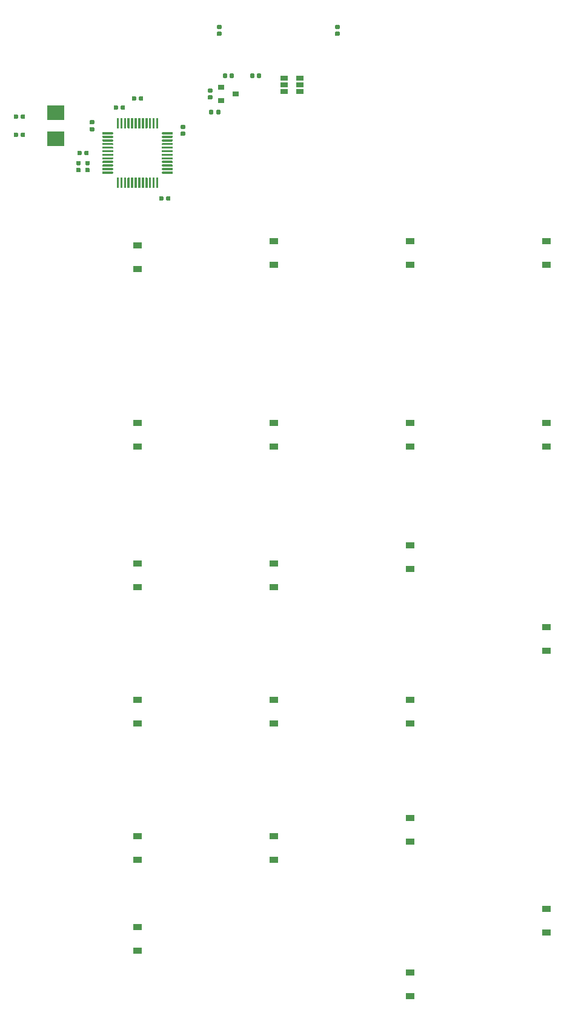
<source format=gbr>
G04 #@! TF.GenerationSoftware,KiCad,Pcbnew,(5.1.5-0-10_14)*
G04 #@! TF.CreationDate,2020-01-27T17:12:38-08:00*
G04 #@! TF.ProjectId,Numpad,4e756d70-6164-42e6-9b69-6361645f7063,rev?*
G04 #@! TF.SameCoordinates,Original*
G04 #@! TF.FileFunction,Paste,Top*
G04 #@! TF.FilePolarity,Positive*
%FSLAX46Y46*%
G04 Gerber Fmt 4.6, Leading zero omitted, Abs format (unit mm)*
G04 Created by KiCad (PCBNEW (5.1.5-0-10_14)) date 2020-01-27 17:12:38*
%MOMM*%
%LPD*%
G04 APERTURE LIST*
%ADD10C,0.100000*%
%ADD11R,1.200000X0.900000*%
%ADD12R,1.060000X0.650000*%
%ADD13R,0.900000X0.800000*%
%ADD14R,2.400000X2.000000*%
G04 APERTURE END LIST*
D10*
G36*
X61606958Y-27620710D02*
G01*
X61621276Y-27622834D01*
X61635317Y-27626351D01*
X61648946Y-27631228D01*
X61662031Y-27637417D01*
X61674447Y-27644858D01*
X61686073Y-27653481D01*
X61696798Y-27663202D01*
X61706519Y-27673927D01*
X61715142Y-27685553D01*
X61722583Y-27697969D01*
X61728772Y-27711054D01*
X61733649Y-27724683D01*
X61737166Y-27738724D01*
X61739290Y-27753042D01*
X61740000Y-27767500D01*
X61740000Y-28112500D01*
X61739290Y-28126958D01*
X61737166Y-28141276D01*
X61733649Y-28155317D01*
X61728772Y-28168946D01*
X61722583Y-28182031D01*
X61715142Y-28194447D01*
X61706519Y-28206073D01*
X61696798Y-28216798D01*
X61686073Y-28226519D01*
X61674447Y-28235142D01*
X61662031Y-28242583D01*
X61648946Y-28248772D01*
X61635317Y-28253649D01*
X61621276Y-28257166D01*
X61606958Y-28259290D01*
X61592500Y-28260000D01*
X61297500Y-28260000D01*
X61283042Y-28259290D01*
X61268724Y-28257166D01*
X61254683Y-28253649D01*
X61241054Y-28248772D01*
X61227969Y-28242583D01*
X61215553Y-28235142D01*
X61203927Y-28226519D01*
X61193202Y-28216798D01*
X61183481Y-28206073D01*
X61174858Y-28194447D01*
X61167417Y-28182031D01*
X61161228Y-28168946D01*
X61156351Y-28155317D01*
X61152834Y-28141276D01*
X61150710Y-28126958D01*
X61150000Y-28112500D01*
X61150000Y-27767500D01*
X61150710Y-27753042D01*
X61152834Y-27738724D01*
X61156351Y-27724683D01*
X61161228Y-27711054D01*
X61167417Y-27697969D01*
X61174858Y-27685553D01*
X61183481Y-27673927D01*
X61193202Y-27663202D01*
X61203927Y-27653481D01*
X61215553Y-27644858D01*
X61227969Y-27637417D01*
X61241054Y-27631228D01*
X61254683Y-27626351D01*
X61268724Y-27622834D01*
X61283042Y-27620710D01*
X61297500Y-27620000D01*
X61592500Y-27620000D01*
X61606958Y-27620710D01*
G37*
G36*
X60636958Y-27620710D02*
G01*
X60651276Y-27622834D01*
X60665317Y-27626351D01*
X60678946Y-27631228D01*
X60692031Y-27637417D01*
X60704447Y-27644858D01*
X60716073Y-27653481D01*
X60726798Y-27663202D01*
X60736519Y-27673927D01*
X60745142Y-27685553D01*
X60752583Y-27697969D01*
X60758772Y-27711054D01*
X60763649Y-27724683D01*
X60767166Y-27738724D01*
X60769290Y-27753042D01*
X60770000Y-27767500D01*
X60770000Y-28112500D01*
X60769290Y-28126958D01*
X60767166Y-28141276D01*
X60763649Y-28155317D01*
X60758772Y-28168946D01*
X60752583Y-28182031D01*
X60745142Y-28194447D01*
X60736519Y-28206073D01*
X60726798Y-28216798D01*
X60716073Y-28226519D01*
X60704447Y-28235142D01*
X60692031Y-28242583D01*
X60678946Y-28248772D01*
X60665317Y-28253649D01*
X60651276Y-28257166D01*
X60636958Y-28259290D01*
X60622500Y-28260000D01*
X60327500Y-28260000D01*
X60313042Y-28259290D01*
X60298724Y-28257166D01*
X60284683Y-28253649D01*
X60271054Y-28248772D01*
X60257969Y-28242583D01*
X60245553Y-28235142D01*
X60233927Y-28226519D01*
X60223202Y-28216798D01*
X60213481Y-28206073D01*
X60204858Y-28194447D01*
X60197417Y-28182031D01*
X60191228Y-28168946D01*
X60186351Y-28155317D01*
X60182834Y-28141276D01*
X60180710Y-28126958D01*
X60180000Y-28112500D01*
X60180000Y-27767500D01*
X60180710Y-27753042D01*
X60182834Y-27738724D01*
X60186351Y-27724683D01*
X60191228Y-27711054D01*
X60197417Y-27697969D01*
X60204858Y-27685553D01*
X60213481Y-27673927D01*
X60223202Y-27663202D01*
X60233927Y-27653481D01*
X60245553Y-27644858D01*
X60257969Y-27637417D01*
X60271054Y-27631228D01*
X60284683Y-27626351D01*
X60298724Y-27622834D01*
X60313042Y-27620710D01*
X60327500Y-27620000D01*
X60622500Y-27620000D01*
X60636958Y-27620710D01*
G37*
G36*
X38286958Y-35115710D02*
G01*
X38301276Y-35117834D01*
X38315317Y-35121351D01*
X38328946Y-35126228D01*
X38342031Y-35132417D01*
X38354447Y-35139858D01*
X38366073Y-35148481D01*
X38376798Y-35158202D01*
X38386519Y-35168927D01*
X38395142Y-35180553D01*
X38402583Y-35192969D01*
X38408772Y-35206054D01*
X38413649Y-35219683D01*
X38417166Y-35233724D01*
X38419290Y-35248042D01*
X38420000Y-35262500D01*
X38420000Y-35557500D01*
X38419290Y-35571958D01*
X38417166Y-35586276D01*
X38413649Y-35600317D01*
X38408772Y-35613946D01*
X38402583Y-35627031D01*
X38395142Y-35639447D01*
X38386519Y-35651073D01*
X38376798Y-35661798D01*
X38366073Y-35671519D01*
X38354447Y-35680142D01*
X38342031Y-35687583D01*
X38328946Y-35693772D01*
X38315317Y-35698649D01*
X38301276Y-35702166D01*
X38286958Y-35704290D01*
X38272500Y-35705000D01*
X37927500Y-35705000D01*
X37913042Y-35704290D01*
X37898724Y-35702166D01*
X37884683Y-35698649D01*
X37871054Y-35693772D01*
X37857969Y-35687583D01*
X37845553Y-35680142D01*
X37833927Y-35671519D01*
X37823202Y-35661798D01*
X37813481Y-35651073D01*
X37804858Y-35639447D01*
X37797417Y-35627031D01*
X37791228Y-35613946D01*
X37786351Y-35600317D01*
X37782834Y-35586276D01*
X37780710Y-35571958D01*
X37780000Y-35557500D01*
X37780000Y-35262500D01*
X37780710Y-35248042D01*
X37782834Y-35233724D01*
X37786351Y-35219683D01*
X37791228Y-35206054D01*
X37797417Y-35192969D01*
X37804858Y-35180553D01*
X37813481Y-35168927D01*
X37823202Y-35158202D01*
X37833927Y-35148481D01*
X37845553Y-35139858D01*
X37857969Y-35132417D01*
X37871054Y-35126228D01*
X37884683Y-35121351D01*
X37898724Y-35117834D01*
X37913042Y-35115710D01*
X37927500Y-35115000D01*
X38272500Y-35115000D01*
X38286958Y-35115710D01*
G37*
G36*
X38286958Y-34145710D02*
G01*
X38301276Y-34147834D01*
X38315317Y-34151351D01*
X38328946Y-34156228D01*
X38342031Y-34162417D01*
X38354447Y-34169858D01*
X38366073Y-34178481D01*
X38376798Y-34188202D01*
X38386519Y-34198927D01*
X38395142Y-34210553D01*
X38402583Y-34222969D01*
X38408772Y-34236054D01*
X38413649Y-34249683D01*
X38417166Y-34263724D01*
X38419290Y-34278042D01*
X38420000Y-34292500D01*
X38420000Y-34587500D01*
X38419290Y-34601958D01*
X38417166Y-34616276D01*
X38413649Y-34630317D01*
X38408772Y-34643946D01*
X38402583Y-34657031D01*
X38395142Y-34669447D01*
X38386519Y-34681073D01*
X38376798Y-34691798D01*
X38366073Y-34701519D01*
X38354447Y-34710142D01*
X38342031Y-34717583D01*
X38328946Y-34723772D01*
X38315317Y-34728649D01*
X38301276Y-34732166D01*
X38286958Y-34734290D01*
X38272500Y-34735000D01*
X37927500Y-34735000D01*
X37913042Y-34734290D01*
X37898724Y-34732166D01*
X37884683Y-34728649D01*
X37871054Y-34723772D01*
X37857969Y-34717583D01*
X37845553Y-34710142D01*
X37833927Y-34701519D01*
X37823202Y-34691798D01*
X37813481Y-34681073D01*
X37804858Y-34669447D01*
X37797417Y-34657031D01*
X37791228Y-34643946D01*
X37786351Y-34630317D01*
X37782834Y-34616276D01*
X37780710Y-34601958D01*
X37780000Y-34587500D01*
X37780000Y-34292500D01*
X37780710Y-34278042D01*
X37782834Y-34263724D01*
X37786351Y-34249683D01*
X37791228Y-34236054D01*
X37797417Y-34222969D01*
X37804858Y-34210553D01*
X37813481Y-34198927D01*
X37823202Y-34188202D01*
X37833927Y-34178481D01*
X37845553Y-34169858D01*
X37857969Y-34162417D01*
X37871054Y-34156228D01*
X37884683Y-34151351D01*
X37898724Y-34147834D01*
X37913042Y-34145710D01*
X37927500Y-34145000D01*
X38272500Y-34145000D01*
X38286958Y-34145710D01*
G37*
G36*
X47936958Y-44765710D02*
G01*
X47951276Y-44767834D01*
X47965317Y-44771351D01*
X47978946Y-44776228D01*
X47992031Y-44782417D01*
X48004447Y-44789858D01*
X48016073Y-44798481D01*
X48026798Y-44808202D01*
X48036519Y-44818927D01*
X48045142Y-44830553D01*
X48052583Y-44842969D01*
X48058772Y-44856054D01*
X48063649Y-44869683D01*
X48067166Y-44883724D01*
X48069290Y-44898042D01*
X48070000Y-44912500D01*
X48070000Y-45257500D01*
X48069290Y-45271958D01*
X48067166Y-45286276D01*
X48063649Y-45300317D01*
X48058772Y-45313946D01*
X48052583Y-45327031D01*
X48045142Y-45339447D01*
X48036519Y-45351073D01*
X48026798Y-45361798D01*
X48016073Y-45371519D01*
X48004447Y-45380142D01*
X47992031Y-45387583D01*
X47978946Y-45393772D01*
X47965317Y-45398649D01*
X47951276Y-45402166D01*
X47936958Y-45404290D01*
X47922500Y-45405000D01*
X47627500Y-45405000D01*
X47613042Y-45404290D01*
X47598724Y-45402166D01*
X47584683Y-45398649D01*
X47571054Y-45393772D01*
X47557969Y-45387583D01*
X47545553Y-45380142D01*
X47533927Y-45371519D01*
X47523202Y-45361798D01*
X47513481Y-45351073D01*
X47504858Y-45339447D01*
X47497417Y-45327031D01*
X47491228Y-45313946D01*
X47486351Y-45300317D01*
X47482834Y-45286276D01*
X47480710Y-45271958D01*
X47480000Y-45257500D01*
X47480000Y-44912500D01*
X47480710Y-44898042D01*
X47482834Y-44883724D01*
X47486351Y-44869683D01*
X47491228Y-44856054D01*
X47497417Y-44842969D01*
X47504858Y-44830553D01*
X47513481Y-44818927D01*
X47523202Y-44808202D01*
X47533927Y-44798481D01*
X47545553Y-44789858D01*
X47557969Y-44782417D01*
X47571054Y-44776228D01*
X47584683Y-44771351D01*
X47598724Y-44767834D01*
X47613042Y-44765710D01*
X47627500Y-44765000D01*
X47922500Y-44765000D01*
X47936958Y-44765710D01*
G37*
G36*
X48906958Y-44765710D02*
G01*
X48921276Y-44767834D01*
X48935317Y-44771351D01*
X48948946Y-44776228D01*
X48962031Y-44782417D01*
X48974447Y-44789858D01*
X48986073Y-44798481D01*
X48996798Y-44808202D01*
X49006519Y-44818927D01*
X49015142Y-44830553D01*
X49022583Y-44842969D01*
X49028772Y-44856054D01*
X49033649Y-44869683D01*
X49037166Y-44883724D01*
X49039290Y-44898042D01*
X49040000Y-44912500D01*
X49040000Y-45257500D01*
X49039290Y-45271958D01*
X49037166Y-45286276D01*
X49033649Y-45300317D01*
X49028772Y-45313946D01*
X49022583Y-45327031D01*
X49015142Y-45339447D01*
X49006519Y-45351073D01*
X48996798Y-45361798D01*
X48986073Y-45371519D01*
X48974447Y-45380142D01*
X48962031Y-45387583D01*
X48948946Y-45393772D01*
X48935317Y-45398649D01*
X48921276Y-45402166D01*
X48906958Y-45404290D01*
X48892500Y-45405000D01*
X48597500Y-45405000D01*
X48583042Y-45404290D01*
X48568724Y-45402166D01*
X48554683Y-45398649D01*
X48541054Y-45393772D01*
X48527969Y-45387583D01*
X48515553Y-45380142D01*
X48503927Y-45371519D01*
X48493202Y-45361798D01*
X48483481Y-45351073D01*
X48474858Y-45339447D01*
X48467417Y-45327031D01*
X48461228Y-45313946D01*
X48456351Y-45300317D01*
X48452834Y-45286276D01*
X48450710Y-45271958D01*
X48450000Y-45257500D01*
X48450000Y-44912500D01*
X48450710Y-44898042D01*
X48452834Y-44883724D01*
X48456351Y-44869683D01*
X48461228Y-44856054D01*
X48467417Y-44842969D01*
X48474858Y-44830553D01*
X48483481Y-44818927D01*
X48493202Y-44808202D01*
X48503927Y-44798481D01*
X48515553Y-44789858D01*
X48527969Y-44782417D01*
X48541054Y-44776228D01*
X48554683Y-44771351D01*
X48568724Y-44767834D01*
X48583042Y-44765710D01*
X48597500Y-44765000D01*
X48892500Y-44765000D01*
X48906958Y-44765710D01*
G37*
G36*
X50986958Y-34780710D02*
G01*
X51001276Y-34782834D01*
X51015317Y-34786351D01*
X51028946Y-34791228D01*
X51042031Y-34797417D01*
X51054447Y-34804858D01*
X51066073Y-34813481D01*
X51076798Y-34823202D01*
X51086519Y-34833927D01*
X51095142Y-34845553D01*
X51102583Y-34857969D01*
X51108772Y-34871054D01*
X51113649Y-34884683D01*
X51117166Y-34898724D01*
X51119290Y-34913042D01*
X51120000Y-34927500D01*
X51120000Y-35222500D01*
X51119290Y-35236958D01*
X51117166Y-35251276D01*
X51113649Y-35265317D01*
X51108772Y-35278946D01*
X51102583Y-35292031D01*
X51095142Y-35304447D01*
X51086519Y-35316073D01*
X51076798Y-35326798D01*
X51066073Y-35336519D01*
X51054447Y-35345142D01*
X51042031Y-35352583D01*
X51028946Y-35358772D01*
X51015317Y-35363649D01*
X51001276Y-35367166D01*
X50986958Y-35369290D01*
X50972500Y-35370000D01*
X50627500Y-35370000D01*
X50613042Y-35369290D01*
X50598724Y-35367166D01*
X50584683Y-35363649D01*
X50571054Y-35358772D01*
X50557969Y-35352583D01*
X50545553Y-35345142D01*
X50533927Y-35336519D01*
X50523202Y-35326798D01*
X50513481Y-35316073D01*
X50504858Y-35304447D01*
X50497417Y-35292031D01*
X50491228Y-35278946D01*
X50486351Y-35265317D01*
X50482834Y-35251276D01*
X50480710Y-35236958D01*
X50480000Y-35222500D01*
X50480000Y-34927500D01*
X50480710Y-34913042D01*
X50482834Y-34898724D01*
X50486351Y-34884683D01*
X50491228Y-34871054D01*
X50497417Y-34857969D01*
X50504858Y-34845553D01*
X50513481Y-34833927D01*
X50523202Y-34823202D01*
X50533927Y-34813481D01*
X50545553Y-34804858D01*
X50557969Y-34797417D01*
X50571054Y-34791228D01*
X50584683Y-34786351D01*
X50598724Y-34782834D01*
X50613042Y-34780710D01*
X50627500Y-34780000D01*
X50972500Y-34780000D01*
X50986958Y-34780710D01*
G37*
G36*
X50986958Y-35750710D02*
G01*
X51001276Y-35752834D01*
X51015317Y-35756351D01*
X51028946Y-35761228D01*
X51042031Y-35767417D01*
X51054447Y-35774858D01*
X51066073Y-35783481D01*
X51076798Y-35793202D01*
X51086519Y-35803927D01*
X51095142Y-35815553D01*
X51102583Y-35827969D01*
X51108772Y-35841054D01*
X51113649Y-35854683D01*
X51117166Y-35868724D01*
X51119290Y-35883042D01*
X51120000Y-35897500D01*
X51120000Y-36192500D01*
X51119290Y-36206958D01*
X51117166Y-36221276D01*
X51113649Y-36235317D01*
X51108772Y-36248946D01*
X51102583Y-36262031D01*
X51095142Y-36274447D01*
X51086519Y-36286073D01*
X51076798Y-36296798D01*
X51066073Y-36306519D01*
X51054447Y-36315142D01*
X51042031Y-36322583D01*
X51028946Y-36328772D01*
X51015317Y-36333649D01*
X51001276Y-36337166D01*
X50986958Y-36339290D01*
X50972500Y-36340000D01*
X50627500Y-36340000D01*
X50613042Y-36339290D01*
X50598724Y-36337166D01*
X50584683Y-36333649D01*
X50571054Y-36328772D01*
X50557969Y-36322583D01*
X50545553Y-36315142D01*
X50533927Y-36306519D01*
X50523202Y-36296798D01*
X50513481Y-36286073D01*
X50504858Y-36274447D01*
X50497417Y-36262031D01*
X50491228Y-36248946D01*
X50486351Y-36235317D01*
X50482834Y-36221276D01*
X50480710Y-36206958D01*
X50480000Y-36192500D01*
X50480000Y-35897500D01*
X50480710Y-35883042D01*
X50482834Y-35868724D01*
X50486351Y-35854683D01*
X50491228Y-35841054D01*
X50497417Y-35827969D01*
X50504858Y-35815553D01*
X50513481Y-35803927D01*
X50523202Y-35793202D01*
X50533927Y-35783481D01*
X50545553Y-35774858D01*
X50557969Y-35767417D01*
X50571054Y-35761228D01*
X50584683Y-35756351D01*
X50598724Y-35752834D01*
X50613042Y-35750710D01*
X50627500Y-35750000D01*
X50972500Y-35750000D01*
X50986958Y-35750710D01*
G37*
G36*
X42556958Y-32065710D02*
G01*
X42571276Y-32067834D01*
X42585317Y-32071351D01*
X42598946Y-32076228D01*
X42612031Y-32082417D01*
X42624447Y-32089858D01*
X42636073Y-32098481D01*
X42646798Y-32108202D01*
X42656519Y-32118927D01*
X42665142Y-32130553D01*
X42672583Y-32142969D01*
X42678772Y-32156054D01*
X42683649Y-32169683D01*
X42687166Y-32183724D01*
X42689290Y-32198042D01*
X42690000Y-32212500D01*
X42690000Y-32557500D01*
X42689290Y-32571958D01*
X42687166Y-32586276D01*
X42683649Y-32600317D01*
X42678772Y-32613946D01*
X42672583Y-32627031D01*
X42665142Y-32639447D01*
X42656519Y-32651073D01*
X42646798Y-32661798D01*
X42636073Y-32671519D01*
X42624447Y-32680142D01*
X42612031Y-32687583D01*
X42598946Y-32693772D01*
X42585317Y-32698649D01*
X42571276Y-32702166D01*
X42556958Y-32704290D01*
X42542500Y-32705000D01*
X42247500Y-32705000D01*
X42233042Y-32704290D01*
X42218724Y-32702166D01*
X42204683Y-32698649D01*
X42191054Y-32693772D01*
X42177969Y-32687583D01*
X42165553Y-32680142D01*
X42153927Y-32671519D01*
X42143202Y-32661798D01*
X42133481Y-32651073D01*
X42124858Y-32639447D01*
X42117417Y-32627031D01*
X42111228Y-32613946D01*
X42106351Y-32600317D01*
X42102834Y-32586276D01*
X42100710Y-32571958D01*
X42100000Y-32557500D01*
X42100000Y-32212500D01*
X42100710Y-32198042D01*
X42102834Y-32183724D01*
X42106351Y-32169683D01*
X42111228Y-32156054D01*
X42117417Y-32142969D01*
X42124858Y-32130553D01*
X42133481Y-32118927D01*
X42143202Y-32108202D01*
X42153927Y-32098481D01*
X42165553Y-32089858D01*
X42177969Y-32082417D01*
X42191054Y-32076228D01*
X42204683Y-32071351D01*
X42218724Y-32067834D01*
X42233042Y-32065710D01*
X42247500Y-32065000D01*
X42542500Y-32065000D01*
X42556958Y-32065710D01*
G37*
G36*
X41586958Y-32065710D02*
G01*
X41601276Y-32067834D01*
X41615317Y-32071351D01*
X41628946Y-32076228D01*
X41642031Y-32082417D01*
X41654447Y-32089858D01*
X41666073Y-32098481D01*
X41676798Y-32108202D01*
X41686519Y-32118927D01*
X41695142Y-32130553D01*
X41702583Y-32142969D01*
X41708772Y-32156054D01*
X41713649Y-32169683D01*
X41717166Y-32183724D01*
X41719290Y-32198042D01*
X41720000Y-32212500D01*
X41720000Y-32557500D01*
X41719290Y-32571958D01*
X41717166Y-32586276D01*
X41713649Y-32600317D01*
X41708772Y-32613946D01*
X41702583Y-32627031D01*
X41695142Y-32639447D01*
X41686519Y-32651073D01*
X41676798Y-32661798D01*
X41666073Y-32671519D01*
X41654447Y-32680142D01*
X41642031Y-32687583D01*
X41628946Y-32693772D01*
X41615317Y-32698649D01*
X41601276Y-32702166D01*
X41586958Y-32704290D01*
X41572500Y-32705000D01*
X41277500Y-32705000D01*
X41263042Y-32704290D01*
X41248724Y-32702166D01*
X41234683Y-32698649D01*
X41221054Y-32693772D01*
X41207969Y-32687583D01*
X41195553Y-32680142D01*
X41183927Y-32671519D01*
X41173202Y-32661798D01*
X41163481Y-32651073D01*
X41154858Y-32639447D01*
X41147417Y-32627031D01*
X41141228Y-32613946D01*
X41136351Y-32600317D01*
X41132834Y-32586276D01*
X41130710Y-32571958D01*
X41130000Y-32557500D01*
X41130000Y-32212500D01*
X41130710Y-32198042D01*
X41132834Y-32183724D01*
X41136351Y-32169683D01*
X41141228Y-32156054D01*
X41147417Y-32142969D01*
X41154858Y-32130553D01*
X41163481Y-32118927D01*
X41173202Y-32108202D01*
X41183927Y-32098481D01*
X41195553Y-32089858D01*
X41207969Y-32082417D01*
X41221054Y-32076228D01*
X41234683Y-32071351D01*
X41248724Y-32067834D01*
X41263042Y-32065710D01*
X41277500Y-32065000D01*
X41572500Y-32065000D01*
X41586958Y-32065710D01*
G37*
G36*
X37651958Y-39860710D02*
G01*
X37666276Y-39862834D01*
X37680317Y-39866351D01*
X37693946Y-39871228D01*
X37707031Y-39877417D01*
X37719447Y-39884858D01*
X37731073Y-39893481D01*
X37741798Y-39903202D01*
X37751519Y-39913927D01*
X37760142Y-39925553D01*
X37767583Y-39937969D01*
X37773772Y-39951054D01*
X37778649Y-39964683D01*
X37782166Y-39978724D01*
X37784290Y-39993042D01*
X37785000Y-40007500D01*
X37785000Y-40302500D01*
X37784290Y-40316958D01*
X37782166Y-40331276D01*
X37778649Y-40345317D01*
X37773772Y-40358946D01*
X37767583Y-40372031D01*
X37760142Y-40384447D01*
X37751519Y-40396073D01*
X37741798Y-40406798D01*
X37731073Y-40416519D01*
X37719447Y-40425142D01*
X37707031Y-40432583D01*
X37693946Y-40438772D01*
X37680317Y-40443649D01*
X37666276Y-40447166D01*
X37651958Y-40449290D01*
X37637500Y-40450000D01*
X37292500Y-40450000D01*
X37278042Y-40449290D01*
X37263724Y-40447166D01*
X37249683Y-40443649D01*
X37236054Y-40438772D01*
X37222969Y-40432583D01*
X37210553Y-40425142D01*
X37198927Y-40416519D01*
X37188202Y-40406798D01*
X37178481Y-40396073D01*
X37169858Y-40384447D01*
X37162417Y-40372031D01*
X37156228Y-40358946D01*
X37151351Y-40345317D01*
X37147834Y-40331276D01*
X37145710Y-40316958D01*
X37145000Y-40302500D01*
X37145000Y-40007500D01*
X37145710Y-39993042D01*
X37147834Y-39978724D01*
X37151351Y-39964683D01*
X37156228Y-39951054D01*
X37162417Y-39937969D01*
X37169858Y-39925553D01*
X37178481Y-39913927D01*
X37188202Y-39903202D01*
X37198927Y-39893481D01*
X37210553Y-39884858D01*
X37222969Y-39877417D01*
X37236054Y-39871228D01*
X37249683Y-39866351D01*
X37263724Y-39862834D01*
X37278042Y-39860710D01*
X37292500Y-39860000D01*
X37637500Y-39860000D01*
X37651958Y-39860710D01*
G37*
G36*
X37651958Y-40830710D02*
G01*
X37666276Y-40832834D01*
X37680317Y-40836351D01*
X37693946Y-40841228D01*
X37707031Y-40847417D01*
X37719447Y-40854858D01*
X37731073Y-40863481D01*
X37741798Y-40873202D01*
X37751519Y-40883927D01*
X37760142Y-40895553D01*
X37767583Y-40907969D01*
X37773772Y-40921054D01*
X37778649Y-40934683D01*
X37782166Y-40948724D01*
X37784290Y-40963042D01*
X37785000Y-40977500D01*
X37785000Y-41272500D01*
X37784290Y-41286958D01*
X37782166Y-41301276D01*
X37778649Y-41315317D01*
X37773772Y-41328946D01*
X37767583Y-41342031D01*
X37760142Y-41354447D01*
X37751519Y-41366073D01*
X37741798Y-41376798D01*
X37731073Y-41386519D01*
X37719447Y-41395142D01*
X37707031Y-41402583D01*
X37693946Y-41408772D01*
X37680317Y-41413649D01*
X37666276Y-41417166D01*
X37651958Y-41419290D01*
X37637500Y-41420000D01*
X37292500Y-41420000D01*
X37278042Y-41419290D01*
X37263724Y-41417166D01*
X37249683Y-41413649D01*
X37236054Y-41408772D01*
X37222969Y-41402583D01*
X37210553Y-41395142D01*
X37198927Y-41386519D01*
X37188202Y-41376798D01*
X37178481Y-41366073D01*
X37169858Y-41354447D01*
X37162417Y-41342031D01*
X37156228Y-41328946D01*
X37151351Y-41315317D01*
X37147834Y-41301276D01*
X37145710Y-41286958D01*
X37145000Y-41272500D01*
X37145000Y-40977500D01*
X37145710Y-40963042D01*
X37147834Y-40948724D01*
X37151351Y-40934683D01*
X37156228Y-40921054D01*
X37162417Y-40907969D01*
X37169858Y-40895553D01*
X37178481Y-40883927D01*
X37188202Y-40873202D01*
X37198927Y-40863481D01*
X37210553Y-40854858D01*
X37222969Y-40847417D01*
X37236054Y-40841228D01*
X37249683Y-40836351D01*
X37263724Y-40832834D01*
X37278042Y-40830710D01*
X37292500Y-40830000D01*
X37637500Y-40830000D01*
X37651958Y-40830710D01*
G37*
G36*
X36381958Y-40830710D02*
G01*
X36396276Y-40832834D01*
X36410317Y-40836351D01*
X36423946Y-40841228D01*
X36437031Y-40847417D01*
X36449447Y-40854858D01*
X36461073Y-40863481D01*
X36471798Y-40873202D01*
X36481519Y-40883927D01*
X36490142Y-40895553D01*
X36497583Y-40907969D01*
X36503772Y-40921054D01*
X36508649Y-40934683D01*
X36512166Y-40948724D01*
X36514290Y-40963042D01*
X36515000Y-40977500D01*
X36515000Y-41272500D01*
X36514290Y-41286958D01*
X36512166Y-41301276D01*
X36508649Y-41315317D01*
X36503772Y-41328946D01*
X36497583Y-41342031D01*
X36490142Y-41354447D01*
X36481519Y-41366073D01*
X36471798Y-41376798D01*
X36461073Y-41386519D01*
X36449447Y-41395142D01*
X36437031Y-41402583D01*
X36423946Y-41408772D01*
X36410317Y-41413649D01*
X36396276Y-41417166D01*
X36381958Y-41419290D01*
X36367500Y-41420000D01*
X36022500Y-41420000D01*
X36008042Y-41419290D01*
X35993724Y-41417166D01*
X35979683Y-41413649D01*
X35966054Y-41408772D01*
X35952969Y-41402583D01*
X35940553Y-41395142D01*
X35928927Y-41386519D01*
X35918202Y-41376798D01*
X35908481Y-41366073D01*
X35899858Y-41354447D01*
X35892417Y-41342031D01*
X35886228Y-41328946D01*
X35881351Y-41315317D01*
X35877834Y-41301276D01*
X35875710Y-41286958D01*
X35875000Y-41272500D01*
X35875000Y-40977500D01*
X35875710Y-40963042D01*
X35877834Y-40948724D01*
X35881351Y-40934683D01*
X35886228Y-40921054D01*
X35892417Y-40907969D01*
X35899858Y-40895553D01*
X35908481Y-40883927D01*
X35918202Y-40873202D01*
X35928927Y-40863481D01*
X35940553Y-40854858D01*
X35952969Y-40847417D01*
X35966054Y-40841228D01*
X35979683Y-40836351D01*
X35993724Y-40832834D01*
X36008042Y-40830710D01*
X36022500Y-40830000D01*
X36367500Y-40830000D01*
X36381958Y-40830710D01*
G37*
G36*
X36381958Y-39860710D02*
G01*
X36396276Y-39862834D01*
X36410317Y-39866351D01*
X36423946Y-39871228D01*
X36437031Y-39877417D01*
X36449447Y-39884858D01*
X36461073Y-39893481D01*
X36471798Y-39903202D01*
X36481519Y-39913927D01*
X36490142Y-39925553D01*
X36497583Y-39937969D01*
X36503772Y-39951054D01*
X36508649Y-39964683D01*
X36512166Y-39978724D01*
X36514290Y-39993042D01*
X36515000Y-40007500D01*
X36515000Y-40302500D01*
X36514290Y-40316958D01*
X36512166Y-40331276D01*
X36508649Y-40345317D01*
X36503772Y-40358946D01*
X36497583Y-40372031D01*
X36490142Y-40384447D01*
X36481519Y-40396073D01*
X36471798Y-40406798D01*
X36461073Y-40416519D01*
X36449447Y-40425142D01*
X36437031Y-40432583D01*
X36423946Y-40438772D01*
X36410317Y-40443649D01*
X36396276Y-40447166D01*
X36381958Y-40449290D01*
X36367500Y-40450000D01*
X36022500Y-40450000D01*
X36008042Y-40449290D01*
X35993724Y-40447166D01*
X35979683Y-40443649D01*
X35966054Y-40438772D01*
X35952969Y-40432583D01*
X35940553Y-40425142D01*
X35928927Y-40416519D01*
X35918202Y-40406798D01*
X35908481Y-40396073D01*
X35899858Y-40384447D01*
X35892417Y-40372031D01*
X35886228Y-40358946D01*
X35881351Y-40345317D01*
X35877834Y-40331276D01*
X35875710Y-40316958D01*
X35875000Y-40302500D01*
X35875000Y-40007500D01*
X35875710Y-39993042D01*
X35877834Y-39978724D01*
X35881351Y-39964683D01*
X35886228Y-39951054D01*
X35892417Y-39937969D01*
X35899858Y-39925553D01*
X35908481Y-39913927D01*
X35918202Y-39903202D01*
X35928927Y-39893481D01*
X35940553Y-39884858D01*
X35952969Y-39877417D01*
X35966054Y-39871228D01*
X35979683Y-39866351D01*
X35993724Y-39862834D01*
X36008042Y-39860710D01*
X36022500Y-39860000D01*
X36367500Y-39860000D01*
X36381958Y-39860710D01*
G37*
G36*
X55891958Y-32700710D02*
G01*
X55906276Y-32702834D01*
X55920317Y-32706351D01*
X55933946Y-32711228D01*
X55947031Y-32717417D01*
X55959447Y-32724858D01*
X55971073Y-32733481D01*
X55981798Y-32743202D01*
X55991519Y-32753927D01*
X56000142Y-32765553D01*
X56007583Y-32777969D01*
X56013772Y-32791054D01*
X56018649Y-32804683D01*
X56022166Y-32818724D01*
X56024290Y-32833042D01*
X56025000Y-32847500D01*
X56025000Y-33192500D01*
X56024290Y-33206958D01*
X56022166Y-33221276D01*
X56018649Y-33235317D01*
X56013772Y-33248946D01*
X56007583Y-33262031D01*
X56000142Y-33274447D01*
X55991519Y-33286073D01*
X55981798Y-33296798D01*
X55971073Y-33306519D01*
X55959447Y-33315142D01*
X55947031Y-33322583D01*
X55933946Y-33328772D01*
X55920317Y-33333649D01*
X55906276Y-33337166D01*
X55891958Y-33339290D01*
X55877500Y-33340000D01*
X55582500Y-33340000D01*
X55568042Y-33339290D01*
X55553724Y-33337166D01*
X55539683Y-33333649D01*
X55526054Y-33328772D01*
X55512969Y-33322583D01*
X55500553Y-33315142D01*
X55488927Y-33306519D01*
X55478202Y-33296798D01*
X55468481Y-33286073D01*
X55459858Y-33274447D01*
X55452417Y-33262031D01*
X55446228Y-33248946D01*
X55441351Y-33235317D01*
X55437834Y-33221276D01*
X55435710Y-33206958D01*
X55435000Y-33192500D01*
X55435000Y-32847500D01*
X55435710Y-32833042D01*
X55437834Y-32818724D01*
X55441351Y-32804683D01*
X55446228Y-32791054D01*
X55452417Y-32777969D01*
X55459858Y-32765553D01*
X55468481Y-32753927D01*
X55478202Y-32743202D01*
X55488927Y-32733481D01*
X55500553Y-32724858D01*
X55512969Y-32717417D01*
X55526054Y-32711228D01*
X55539683Y-32706351D01*
X55553724Y-32702834D01*
X55568042Y-32700710D01*
X55582500Y-32700000D01*
X55877500Y-32700000D01*
X55891958Y-32700710D01*
G37*
G36*
X54921958Y-32700710D02*
G01*
X54936276Y-32702834D01*
X54950317Y-32706351D01*
X54963946Y-32711228D01*
X54977031Y-32717417D01*
X54989447Y-32724858D01*
X55001073Y-32733481D01*
X55011798Y-32743202D01*
X55021519Y-32753927D01*
X55030142Y-32765553D01*
X55037583Y-32777969D01*
X55043772Y-32791054D01*
X55048649Y-32804683D01*
X55052166Y-32818724D01*
X55054290Y-32833042D01*
X55055000Y-32847500D01*
X55055000Y-33192500D01*
X55054290Y-33206958D01*
X55052166Y-33221276D01*
X55048649Y-33235317D01*
X55043772Y-33248946D01*
X55037583Y-33262031D01*
X55030142Y-33274447D01*
X55021519Y-33286073D01*
X55011798Y-33296798D01*
X55001073Y-33306519D01*
X54989447Y-33315142D01*
X54977031Y-33322583D01*
X54963946Y-33328772D01*
X54950317Y-33333649D01*
X54936276Y-33337166D01*
X54921958Y-33339290D01*
X54907500Y-33340000D01*
X54612500Y-33340000D01*
X54598042Y-33339290D01*
X54583724Y-33337166D01*
X54569683Y-33333649D01*
X54556054Y-33328772D01*
X54542969Y-33322583D01*
X54530553Y-33315142D01*
X54518927Y-33306519D01*
X54508202Y-33296798D01*
X54498481Y-33286073D01*
X54489858Y-33274447D01*
X54482417Y-33262031D01*
X54476228Y-33248946D01*
X54471351Y-33235317D01*
X54467834Y-33221276D01*
X54465710Y-33206958D01*
X54465000Y-33192500D01*
X54465000Y-32847500D01*
X54465710Y-32833042D01*
X54467834Y-32818724D01*
X54471351Y-32804683D01*
X54476228Y-32791054D01*
X54482417Y-32777969D01*
X54489858Y-32765553D01*
X54498481Y-32753927D01*
X54508202Y-32743202D01*
X54518927Y-32733481D01*
X54530553Y-32724858D01*
X54542969Y-32717417D01*
X54556054Y-32711228D01*
X54569683Y-32706351D01*
X54583724Y-32702834D01*
X54598042Y-32700710D01*
X54612500Y-32700000D01*
X54907500Y-32700000D01*
X54921958Y-32700710D01*
G37*
G36*
X28586958Y-33335710D02*
G01*
X28601276Y-33337834D01*
X28615317Y-33341351D01*
X28628946Y-33346228D01*
X28642031Y-33352417D01*
X28654447Y-33359858D01*
X28666073Y-33368481D01*
X28676798Y-33378202D01*
X28686519Y-33388927D01*
X28695142Y-33400553D01*
X28702583Y-33412969D01*
X28708772Y-33426054D01*
X28713649Y-33439683D01*
X28717166Y-33453724D01*
X28719290Y-33468042D01*
X28720000Y-33482500D01*
X28720000Y-33827500D01*
X28719290Y-33841958D01*
X28717166Y-33856276D01*
X28713649Y-33870317D01*
X28708772Y-33883946D01*
X28702583Y-33897031D01*
X28695142Y-33909447D01*
X28686519Y-33921073D01*
X28676798Y-33931798D01*
X28666073Y-33941519D01*
X28654447Y-33950142D01*
X28642031Y-33957583D01*
X28628946Y-33963772D01*
X28615317Y-33968649D01*
X28601276Y-33972166D01*
X28586958Y-33974290D01*
X28572500Y-33975000D01*
X28277500Y-33975000D01*
X28263042Y-33974290D01*
X28248724Y-33972166D01*
X28234683Y-33968649D01*
X28221054Y-33963772D01*
X28207969Y-33957583D01*
X28195553Y-33950142D01*
X28183927Y-33941519D01*
X28173202Y-33931798D01*
X28163481Y-33921073D01*
X28154858Y-33909447D01*
X28147417Y-33897031D01*
X28141228Y-33883946D01*
X28136351Y-33870317D01*
X28132834Y-33856276D01*
X28130710Y-33841958D01*
X28130000Y-33827500D01*
X28130000Y-33482500D01*
X28130710Y-33468042D01*
X28132834Y-33453724D01*
X28136351Y-33439683D01*
X28141228Y-33426054D01*
X28147417Y-33412969D01*
X28154858Y-33400553D01*
X28163481Y-33388927D01*
X28173202Y-33378202D01*
X28183927Y-33368481D01*
X28195553Y-33359858D01*
X28207969Y-33352417D01*
X28221054Y-33346228D01*
X28234683Y-33341351D01*
X28248724Y-33337834D01*
X28263042Y-33335710D01*
X28277500Y-33335000D01*
X28572500Y-33335000D01*
X28586958Y-33335710D01*
G37*
G36*
X27616958Y-33335710D02*
G01*
X27631276Y-33337834D01*
X27645317Y-33341351D01*
X27658946Y-33346228D01*
X27672031Y-33352417D01*
X27684447Y-33359858D01*
X27696073Y-33368481D01*
X27706798Y-33378202D01*
X27716519Y-33388927D01*
X27725142Y-33400553D01*
X27732583Y-33412969D01*
X27738772Y-33426054D01*
X27743649Y-33439683D01*
X27747166Y-33453724D01*
X27749290Y-33468042D01*
X27750000Y-33482500D01*
X27750000Y-33827500D01*
X27749290Y-33841958D01*
X27747166Y-33856276D01*
X27743649Y-33870317D01*
X27738772Y-33883946D01*
X27732583Y-33897031D01*
X27725142Y-33909447D01*
X27716519Y-33921073D01*
X27706798Y-33931798D01*
X27696073Y-33941519D01*
X27684447Y-33950142D01*
X27672031Y-33957583D01*
X27658946Y-33963772D01*
X27645317Y-33968649D01*
X27631276Y-33972166D01*
X27616958Y-33974290D01*
X27602500Y-33975000D01*
X27307500Y-33975000D01*
X27293042Y-33974290D01*
X27278724Y-33972166D01*
X27264683Y-33968649D01*
X27251054Y-33963772D01*
X27237969Y-33957583D01*
X27225553Y-33950142D01*
X27213927Y-33941519D01*
X27203202Y-33931798D01*
X27193481Y-33921073D01*
X27184858Y-33909447D01*
X27177417Y-33897031D01*
X27171228Y-33883946D01*
X27166351Y-33870317D01*
X27162834Y-33856276D01*
X27160710Y-33841958D01*
X27160000Y-33827500D01*
X27160000Y-33482500D01*
X27160710Y-33468042D01*
X27162834Y-33453724D01*
X27166351Y-33439683D01*
X27171228Y-33426054D01*
X27177417Y-33412969D01*
X27184858Y-33400553D01*
X27193481Y-33388927D01*
X27203202Y-33378202D01*
X27213927Y-33368481D01*
X27225553Y-33359858D01*
X27237969Y-33352417D01*
X27251054Y-33346228D01*
X27264683Y-33341351D01*
X27278724Y-33337834D01*
X27293042Y-33335710D01*
X27307500Y-33335000D01*
X27602500Y-33335000D01*
X27616958Y-33335710D01*
G37*
G36*
X27616958Y-35875710D02*
G01*
X27631276Y-35877834D01*
X27645317Y-35881351D01*
X27658946Y-35886228D01*
X27672031Y-35892417D01*
X27684447Y-35899858D01*
X27696073Y-35908481D01*
X27706798Y-35918202D01*
X27716519Y-35928927D01*
X27725142Y-35940553D01*
X27732583Y-35952969D01*
X27738772Y-35966054D01*
X27743649Y-35979683D01*
X27747166Y-35993724D01*
X27749290Y-36008042D01*
X27750000Y-36022500D01*
X27750000Y-36367500D01*
X27749290Y-36381958D01*
X27747166Y-36396276D01*
X27743649Y-36410317D01*
X27738772Y-36423946D01*
X27732583Y-36437031D01*
X27725142Y-36449447D01*
X27716519Y-36461073D01*
X27706798Y-36471798D01*
X27696073Y-36481519D01*
X27684447Y-36490142D01*
X27672031Y-36497583D01*
X27658946Y-36503772D01*
X27645317Y-36508649D01*
X27631276Y-36512166D01*
X27616958Y-36514290D01*
X27602500Y-36515000D01*
X27307500Y-36515000D01*
X27293042Y-36514290D01*
X27278724Y-36512166D01*
X27264683Y-36508649D01*
X27251054Y-36503772D01*
X27237969Y-36497583D01*
X27225553Y-36490142D01*
X27213927Y-36481519D01*
X27203202Y-36471798D01*
X27193481Y-36461073D01*
X27184858Y-36449447D01*
X27177417Y-36437031D01*
X27171228Y-36423946D01*
X27166351Y-36410317D01*
X27162834Y-36396276D01*
X27160710Y-36381958D01*
X27160000Y-36367500D01*
X27160000Y-36022500D01*
X27160710Y-36008042D01*
X27162834Y-35993724D01*
X27166351Y-35979683D01*
X27171228Y-35966054D01*
X27177417Y-35952969D01*
X27184858Y-35940553D01*
X27193481Y-35928927D01*
X27203202Y-35918202D01*
X27213927Y-35908481D01*
X27225553Y-35899858D01*
X27237969Y-35892417D01*
X27251054Y-35886228D01*
X27264683Y-35881351D01*
X27278724Y-35877834D01*
X27293042Y-35875710D01*
X27307500Y-35875000D01*
X27602500Y-35875000D01*
X27616958Y-35875710D01*
G37*
G36*
X28586958Y-35875710D02*
G01*
X28601276Y-35877834D01*
X28615317Y-35881351D01*
X28628946Y-35886228D01*
X28642031Y-35892417D01*
X28654447Y-35899858D01*
X28666073Y-35908481D01*
X28676798Y-35918202D01*
X28686519Y-35928927D01*
X28695142Y-35940553D01*
X28702583Y-35952969D01*
X28708772Y-35966054D01*
X28713649Y-35979683D01*
X28717166Y-35993724D01*
X28719290Y-36008042D01*
X28720000Y-36022500D01*
X28720000Y-36367500D01*
X28719290Y-36381958D01*
X28717166Y-36396276D01*
X28713649Y-36410317D01*
X28708772Y-36423946D01*
X28702583Y-36437031D01*
X28695142Y-36449447D01*
X28686519Y-36461073D01*
X28676798Y-36471798D01*
X28666073Y-36481519D01*
X28654447Y-36490142D01*
X28642031Y-36497583D01*
X28628946Y-36503772D01*
X28615317Y-36508649D01*
X28601276Y-36512166D01*
X28586958Y-36514290D01*
X28572500Y-36515000D01*
X28277500Y-36515000D01*
X28263042Y-36514290D01*
X28248724Y-36512166D01*
X28234683Y-36508649D01*
X28221054Y-36503772D01*
X28207969Y-36497583D01*
X28195553Y-36490142D01*
X28183927Y-36481519D01*
X28173202Y-36471798D01*
X28163481Y-36461073D01*
X28154858Y-36449447D01*
X28147417Y-36437031D01*
X28141228Y-36423946D01*
X28136351Y-36410317D01*
X28132834Y-36396276D01*
X28130710Y-36381958D01*
X28130000Y-36367500D01*
X28130000Y-36022500D01*
X28130710Y-36008042D01*
X28132834Y-35993724D01*
X28136351Y-35979683D01*
X28141228Y-35966054D01*
X28147417Y-35952969D01*
X28154858Y-35940553D01*
X28163481Y-35928927D01*
X28173202Y-35918202D01*
X28183927Y-35908481D01*
X28195553Y-35899858D01*
X28207969Y-35892417D01*
X28221054Y-35886228D01*
X28234683Y-35881351D01*
X28248724Y-35877834D01*
X28263042Y-35875710D01*
X28277500Y-35875000D01*
X28572500Y-35875000D01*
X28586958Y-35875710D01*
G37*
G36*
X37476958Y-38415710D02*
G01*
X37491276Y-38417834D01*
X37505317Y-38421351D01*
X37518946Y-38426228D01*
X37532031Y-38432417D01*
X37544447Y-38439858D01*
X37556073Y-38448481D01*
X37566798Y-38458202D01*
X37576519Y-38468927D01*
X37585142Y-38480553D01*
X37592583Y-38492969D01*
X37598772Y-38506054D01*
X37603649Y-38519683D01*
X37607166Y-38533724D01*
X37609290Y-38548042D01*
X37610000Y-38562500D01*
X37610000Y-38907500D01*
X37609290Y-38921958D01*
X37607166Y-38936276D01*
X37603649Y-38950317D01*
X37598772Y-38963946D01*
X37592583Y-38977031D01*
X37585142Y-38989447D01*
X37576519Y-39001073D01*
X37566798Y-39011798D01*
X37556073Y-39021519D01*
X37544447Y-39030142D01*
X37532031Y-39037583D01*
X37518946Y-39043772D01*
X37505317Y-39048649D01*
X37491276Y-39052166D01*
X37476958Y-39054290D01*
X37462500Y-39055000D01*
X37167500Y-39055000D01*
X37153042Y-39054290D01*
X37138724Y-39052166D01*
X37124683Y-39048649D01*
X37111054Y-39043772D01*
X37097969Y-39037583D01*
X37085553Y-39030142D01*
X37073927Y-39021519D01*
X37063202Y-39011798D01*
X37053481Y-39001073D01*
X37044858Y-38989447D01*
X37037417Y-38977031D01*
X37031228Y-38963946D01*
X37026351Y-38950317D01*
X37022834Y-38936276D01*
X37020710Y-38921958D01*
X37020000Y-38907500D01*
X37020000Y-38562500D01*
X37020710Y-38548042D01*
X37022834Y-38533724D01*
X37026351Y-38519683D01*
X37031228Y-38506054D01*
X37037417Y-38492969D01*
X37044858Y-38480553D01*
X37053481Y-38468927D01*
X37063202Y-38458202D01*
X37073927Y-38448481D01*
X37085553Y-38439858D01*
X37097969Y-38432417D01*
X37111054Y-38426228D01*
X37124683Y-38421351D01*
X37138724Y-38417834D01*
X37153042Y-38415710D01*
X37167500Y-38415000D01*
X37462500Y-38415000D01*
X37476958Y-38415710D01*
G37*
G36*
X36506958Y-38415710D02*
G01*
X36521276Y-38417834D01*
X36535317Y-38421351D01*
X36548946Y-38426228D01*
X36562031Y-38432417D01*
X36574447Y-38439858D01*
X36586073Y-38448481D01*
X36596798Y-38458202D01*
X36606519Y-38468927D01*
X36615142Y-38480553D01*
X36622583Y-38492969D01*
X36628772Y-38506054D01*
X36633649Y-38519683D01*
X36637166Y-38533724D01*
X36639290Y-38548042D01*
X36640000Y-38562500D01*
X36640000Y-38907500D01*
X36639290Y-38921958D01*
X36637166Y-38936276D01*
X36633649Y-38950317D01*
X36628772Y-38963946D01*
X36622583Y-38977031D01*
X36615142Y-38989447D01*
X36606519Y-39001073D01*
X36596798Y-39011798D01*
X36586073Y-39021519D01*
X36574447Y-39030142D01*
X36562031Y-39037583D01*
X36548946Y-39043772D01*
X36535317Y-39048649D01*
X36521276Y-39052166D01*
X36506958Y-39054290D01*
X36492500Y-39055000D01*
X36197500Y-39055000D01*
X36183042Y-39054290D01*
X36168724Y-39052166D01*
X36154683Y-39048649D01*
X36141054Y-39043772D01*
X36127969Y-39037583D01*
X36115553Y-39030142D01*
X36103927Y-39021519D01*
X36093202Y-39011798D01*
X36083481Y-39001073D01*
X36074858Y-38989447D01*
X36067417Y-38977031D01*
X36061228Y-38963946D01*
X36056351Y-38950317D01*
X36052834Y-38936276D01*
X36050710Y-38921958D01*
X36050000Y-38907500D01*
X36050000Y-38562500D01*
X36050710Y-38548042D01*
X36052834Y-38533724D01*
X36056351Y-38519683D01*
X36061228Y-38506054D01*
X36067417Y-38492969D01*
X36074858Y-38480553D01*
X36083481Y-38468927D01*
X36093202Y-38458202D01*
X36103927Y-38448481D01*
X36115553Y-38439858D01*
X36127969Y-38432417D01*
X36141054Y-38426228D01*
X36154683Y-38421351D01*
X36168724Y-38417834D01*
X36183042Y-38415710D01*
X36197500Y-38415000D01*
X36492500Y-38415000D01*
X36506958Y-38415710D01*
G37*
G36*
X56826958Y-27620710D02*
G01*
X56841276Y-27622834D01*
X56855317Y-27626351D01*
X56868946Y-27631228D01*
X56882031Y-27637417D01*
X56894447Y-27644858D01*
X56906073Y-27653481D01*
X56916798Y-27663202D01*
X56926519Y-27673927D01*
X56935142Y-27685553D01*
X56942583Y-27697969D01*
X56948772Y-27711054D01*
X56953649Y-27724683D01*
X56957166Y-27738724D01*
X56959290Y-27753042D01*
X56960000Y-27767500D01*
X56960000Y-28112500D01*
X56959290Y-28126958D01*
X56957166Y-28141276D01*
X56953649Y-28155317D01*
X56948772Y-28168946D01*
X56942583Y-28182031D01*
X56935142Y-28194447D01*
X56926519Y-28206073D01*
X56916798Y-28216798D01*
X56906073Y-28226519D01*
X56894447Y-28235142D01*
X56882031Y-28242583D01*
X56868946Y-28248772D01*
X56855317Y-28253649D01*
X56841276Y-28257166D01*
X56826958Y-28259290D01*
X56812500Y-28260000D01*
X56517500Y-28260000D01*
X56503042Y-28259290D01*
X56488724Y-28257166D01*
X56474683Y-28253649D01*
X56461054Y-28248772D01*
X56447969Y-28242583D01*
X56435553Y-28235142D01*
X56423927Y-28226519D01*
X56413202Y-28216798D01*
X56403481Y-28206073D01*
X56394858Y-28194447D01*
X56387417Y-28182031D01*
X56381228Y-28168946D01*
X56376351Y-28155317D01*
X56372834Y-28141276D01*
X56370710Y-28126958D01*
X56370000Y-28112500D01*
X56370000Y-27767500D01*
X56370710Y-27753042D01*
X56372834Y-27738724D01*
X56376351Y-27724683D01*
X56381228Y-27711054D01*
X56387417Y-27697969D01*
X56394858Y-27685553D01*
X56403481Y-27673927D01*
X56413202Y-27663202D01*
X56423927Y-27653481D01*
X56435553Y-27644858D01*
X56447969Y-27637417D01*
X56461054Y-27631228D01*
X56474683Y-27626351D01*
X56488724Y-27622834D01*
X56503042Y-27620710D01*
X56517500Y-27620000D01*
X56812500Y-27620000D01*
X56826958Y-27620710D01*
G37*
G36*
X57796958Y-27620710D02*
G01*
X57811276Y-27622834D01*
X57825317Y-27626351D01*
X57838946Y-27631228D01*
X57852031Y-27637417D01*
X57864447Y-27644858D01*
X57876073Y-27653481D01*
X57886798Y-27663202D01*
X57896519Y-27673927D01*
X57905142Y-27685553D01*
X57912583Y-27697969D01*
X57918772Y-27711054D01*
X57923649Y-27724683D01*
X57927166Y-27738724D01*
X57929290Y-27753042D01*
X57930000Y-27767500D01*
X57930000Y-28112500D01*
X57929290Y-28126958D01*
X57927166Y-28141276D01*
X57923649Y-28155317D01*
X57918772Y-28168946D01*
X57912583Y-28182031D01*
X57905142Y-28194447D01*
X57896519Y-28206073D01*
X57886798Y-28216798D01*
X57876073Y-28226519D01*
X57864447Y-28235142D01*
X57852031Y-28242583D01*
X57838946Y-28248772D01*
X57825317Y-28253649D01*
X57811276Y-28257166D01*
X57796958Y-28259290D01*
X57782500Y-28260000D01*
X57487500Y-28260000D01*
X57473042Y-28259290D01*
X57458724Y-28257166D01*
X57444683Y-28253649D01*
X57431054Y-28248772D01*
X57417969Y-28242583D01*
X57405553Y-28235142D01*
X57393927Y-28226519D01*
X57383202Y-28216798D01*
X57373481Y-28206073D01*
X57364858Y-28194447D01*
X57357417Y-28182031D01*
X57351228Y-28168946D01*
X57346351Y-28155317D01*
X57342834Y-28141276D01*
X57340710Y-28126958D01*
X57340000Y-28112500D01*
X57340000Y-27767500D01*
X57340710Y-27753042D01*
X57342834Y-27738724D01*
X57346351Y-27724683D01*
X57351228Y-27711054D01*
X57357417Y-27697969D01*
X57364858Y-27685553D01*
X57373481Y-27673927D01*
X57383202Y-27663202D01*
X57393927Y-27653481D01*
X57405553Y-27644858D01*
X57417969Y-27637417D01*
X57431054Y-27631228D01*
X57444683Y-27626351D01*
X57458724Y-27622834D01*
X57473042Y-27620710D01*
X57487500Y-27620000D01*
X57782500Y-27620000D01*
X57796958Y-27620710D01*
G37*
G36*
X54796958Y-30670710D02*
G01*
X54811276Y-30672834D01*
X54825317Y-30676351D01*
X54838946Y-30681228D01*
X54852031Y-30687417D01*
X54864447Y-30694858D01*
X54876073Y-30703481D01*
X54886798Y-30713202D01*
X54896519Y-30723927D01*
X54905142Y-30735553D01*
X54912583Y-30747969D01*
X54918772Y-30761054D01*
X54923649Y-30774683D01*
X54927166Y-30788724D01*
X54929290Y-30803042D01*
X54930000Y-30817500D01*
X54930000Y-31112500D01*
X54929290Y-31126958D01*
X54927166Y-31141276D01*
X54923649Y-31155317D01*
X54918772Y-31168946D01*
X54912583Y-31182031D01*
X54905142Y-31194447D01*
X54896519Y-31206073D01*
X54886798Y-31216798D01*
X54876073Y-31226519D01*
X54864447Y-31235142D01*
X54852031Y-31242583D01*
X54838946Y-31248772D01*
X54825317Y-31253649D01*
X54811276Y-31257166D01*
X54796958Y-31259290D01*
X54782500Y-31260000D01*
X54437500Y-31260000D01*
X54423042Y-31259290D01*
X54408724Y-31257166D01*
X54394683Y-31253649D01*
X54381054Y-31248772D01*
X54367969Y-31242583D01*
X54355553Y-31235142D01*
X54343927Y-31226519D01*
X54333202Y-31216798D01*
X54323481Y-31206073D01*
X54314858Y-31194447D01*
X54307417Y-31182031D01*
X54301228Y-31168946D01*
X54296351Y-31155317D01*
X54292834Y-31141276D01*
X54290710Y-31126958D01*
X54290000Y-31112500D01*
X54290000Y-30817500D01*
X54290710Y-30803042D01*
X54292834Y-30788724D01*
X54296351Y-30774683D01*
X54301228Y-30761054D01*
X54307417Y-30747969D01*
X54314858Y-30735553D01*
X54323481Y-30723927D01*
X54333202Y-30713202D01*
X54343927Y-30703481D01*
X54355553Y-30694858D01*
X54367969Y-30687417D01*
X54381054Y-30681228D01*
X54394683Y-30676351D01*
X54408724Y-30672834D01*
X54423042Y-30670710D01*
X54437500Y-30670000D01*
X54782500Y-30670000D01*
X54796958Y-30670710D01*
G37*
G36*
X54796958Y-29700710D02*
G01*
X54811276Y-29702834D01*
X54825317Y-29706351D01*
X54838946Y-29711228D01*
X54852031Y-29717417D01*
X54864447Y-29724858D01*
X54876073Y-29733481D01*
X54886798Y-29743202D01*
X54896519Y-29753927D01*
X54905142Y-29765553D01*
X54912583Y-29777969D01*
X54918772Y-29791054D01*
X54923649Y-29804683D01*
X54927166Y-29818724D01*
X54929290Y-29833042D01*
X54930000Y-29847500D01*
X54930000Y-30142500D01*
X54929290Y-30156958D01*
X54927166Y-30171276D01*
X54923649Y-30185317D01*
X54918772Y-30198946D01*
X54912583Y-30212031D01*
X54905142Y-30224447D01*
X54896519Y-30236073D01*
X54886798Y-30246798D01*
X54876073Y-30256519D01*
X54864447Y-30265142D01*
X54852031Y-30272583D01*
X54838946Y-30278772D01*
X54825317Y-30283649D01*
X54811276Y-30287166D01*
X54796958Y-30289290D01*
X54782500Y-30290000D01*
X54437500Y-30290000D01*
X54423042Y-30289290D01*
X54408724Y-30287166D01*
X54394683Y-30283649D01*
X54381054Y-30278772D01*
X54367969Y-30272583D01*
X54355553Y-30265142D01*
X54343927Y-30256519D01*
X54333202Y-30246798D01*
X54323481Y-30236073D01*
X54314858Y-30224447D01*
X54307417Y-30212031D01*
X54301228Y-30198946D01*
X54296351Y-30185317D01*
X54292834Y-30171276D01*
X54290710Y-30156958D01*
X54290000Y-30142500D01*
X54290000Y-29847500D01*
X54290710Y-29833042D01*
X54292834Y-29818724D01*
X54296351Y-29804683D01*
X54301228Y-29791054D01*
X54307417Y-29777969D01*
X54314858Y-29765553D01*
X54323481Y-29753927D01*
X54333202Y-29743202D01*
X54343927Y-29733481D01*
X54355553Y-29724858D01*
X54367969Y-29717417D01*
X54381054Y-29711228D01*
X54394683Y-29706351D01*
X54408724Y-29702834D01*
X54423042Y-29700710D01*
X54437500Y-29700000D01*
X54782500Y-29700000D01*
X54796958Y-29700710D01*
G37*
D11*
X44450000Y-51690000D03*
X44450000Y-54990000D03*
X44450000Y-76455000D03*
X44450000Y-79755000D03*
X44450000Y-96140000D03*
X44450000Y-99440000D03*
X44450000Y-118490000D03*
X44450000Y-115190000D03*
X44450000Y-134240000D03*
X44450000Y-137540000D03*
X44450000Y-150240000D03*
X44450000Y-146940000D03*
X63500000Y-54355000D03*
X63500000Y-51055000D03*
X63500000Y-79755000D03*
X63500000Y-76455000D03*
X63500000Y-96140000D03*
X63500000Y-99440000D03*
X63500000Y-118490000D03*
X63500000Y-115190000D03*
X63500000Y-134240000D03*
X63500000Y-137540000D03*
X82550000Y-51055000D03*
X82550000Y-54355000D03*
X82550000Y-79755000D03*
X82550000Y-76455000D03*
X82550000Y-93600000D03*
X82550000Y-96900000D03*
X82550000Y-118490000D03*
X82550000Y-115190000D03*
X82550000Y-131700000D03*
X82550000Y-135000000D03*
X82550000Y-156590000D03*
X82550000Y-153290000D03*
X101600000Y-54355000D03*
X101600000Y-51055000D03*
X101600000Y-76455000D03*
X101600000Y-79755000D03*
X101600000Y-108330000D03*
X101600000Y-105030000D03*
X101600000Y-144400000D03*
X101600000Y-147700000D03*
D10*
G36*
X44126958Y-30795710D02*
G01*
X44141276Y-30797834D01*
X44155317Y-30801351D01*
X44168946Y-30806228D01*
X44182031Y-30812417D01*
X44194447Y-30819858D01*
X44206073Y-30828481D01*
X44216798Y-30838202D01*
X44226519Y-30848927D01*
X44235142Y-30860553D01*
X44242583Y-30872969D01*
X44248772Y-30886054D01*
X44253649Y-30899683D01*
X44257166Y-30913724D01*
X44259290Y-30928042D01*
X44260000Y-30942500D01*
X44260000Y-31287500D01*
X44259290Y-31301958D01*
X44257166Y-31316276D01*
X44253649Y-31330317D01*
X44248772Y-31343946D01*
X44242583Y-31357031D01*
X44235142Y-31369447D01*
X44226519Y-31381073D01*
X44216798Y-31391798D01*
X44206073Y-31401519D01*
X44194447Y-31410142D01*
X44182031Y-31417583D01*
X44168946Y-31423772D01*
X44155317Y-31428649D01*
X44141276Y-31432166D01*
X44126958Y-31434290D01*
X44112500Y-31435000D01*
X43817500Y-31435000D01*
X43803042Y-31434290D01*
X43788724Y-31432166D01*
X43774683Y-31428649D01*
X43761054Y-31423772D01*
X43747969Y-31417583D01*
X43735553Y-31410142D01*
X43723927Y-31401519D01*
X43713202Y-31391798D01*
X43703481Y-31381073D01*
X43694858Y-31369447D01*
X43687417Y-31357031D01*
X43681228Y-31343946D01*
X43676351Y-31330317D01*
X43672834Y-31316276D01*
X43670710Y-31301958D01*
X43670000Y-31287500D01*
X43670000Y-30942500D01*
X43670710Y-30928042D01*
X43672834Y-30913724D01*
X43676351Y-30899683D01*
X43681228Y-30886054D01*
X43687417Y-30872969D01*
X43694858Y-30860553D01*
X43703481Y-30848927D01*
X43713202Y-30838202D01*
X43723927Y-30828481D01*
X43735553Y-30819858D01*
X43747969Y-30812417D01*
X43761054Y-30806228D01*
X43774683Y-30801351D01*
X43788724Y-30797834D01*
X43803042Y-30795710D01*
X43817500Y-30795000D01*
X44112500Y-30795000D01*
X44126958Y-30795710D01*
G37*
G36*
X45096958Y-30795710D02*
G01*
X45111276Y-30797834D01*
X45125317Y-30801351D01*
X45138946Y-30806228D01*
X45152031Y-30812417D01*
X45164447Y-30819858D01*
X45176073Y-30828481D01*
X45186798Y-30838202D01*
X45196519Y-30848927D01*
X45205142Y-30860553D01*
X45212583Y-30872969D01*
X45218772Y-30886054D01*
X45223649Y-30899683D01*
X45227166Y-30913724D01*
X45229290Y-30928042D01*
X45230000Y-30942500D01*
X45230000Y-31287500D01*
X45229290Y-31301958D01*
X45227166Y-31316276D01*
X45223649Y-31330317D01*
X45218772Y-31343946D01*
X45212583Y-31357031D01*
X45205142Y-31369447D01*
X45196519Y-31381073D01*
X45186798Y-31391798D01*
X45176073Y-31401519D01*
X45164447Y-31410142D01*
X45152031Y-31417583D01*
X45138946Y-31423772D01*
X45125317Y-31428649D01*
X45111276Y-31432166D01*
X45096958Y-31434290D01*
X45082500Y-31435000D01*
X44787500Y-31435000D01*
X44773042Y-31434290D01*
X44758724Y-31432166D01*
X44744683Y-31428649D01*
X44731054Y-31423772D01*
X44717969Y-31417583D01*
X44705553Y-31410142D01*
X44693927Y-31401519D01*
X44683202Y-31391798D01*
X44673481Y-31381073D01*
X44664858Y-31369447D01*
X44657417Y-31357031D01*
X44651228Y-31343946D01*
X44646351Y-31330317D01*
X44642834Y-31316276D01*
X44640710Y-31301958D01*
X44640000Y-31287500D01*
X44640000Y-30942500D01*
X44640710Y-30928042D01*
X44642834Y-30913724D01*
X44646351Y-30899683D01*
X44651228Y-30886054D01*
X44657417Y-30872969D01*
X44664858Y-30860553D01*
X44673481Y-30848927D01*
X44683202Y-30838202D01*
X44693927Y-30828481D01*
X44705553Y-30819858D01*
X44717969Y-30812417D01*
X44731054Y-30806228D01*
X44744683Y-30801351D01*
X44758724Y-30797834D01*
X44773042Y-30795710D01*
X44787500Y-30795000D01*
X45082500Y-30795000D01*
X45096958Y-30795710D01*
G37*
G36*
X72576958Y-21780710D02*
G01*
X72591276Y-21782834D01*
X72605317Y-21786351D01*
X72618946Y-21791228D01*
X72632031Y-21797417D01*
X72644447Y-21804858D01*
X72656073Y-21813481D01*
X72666798Y-21823202D01*
X72676519Y-21833927D01*
X72685142Y-21845553D01*
X72692583Y-21857969D01*
X72698772Y-21871054D01*
X72703649Y-21884683D01*
X72707166Y-21898724D01*
X72709290Y-21913042D01*
X72710000Y-21927500D01*
X72710000Y-22222500D01*
X72709290Y-22236958D01*
X72707166Y-22251276D01*
X72703649Y-22265317D01*
X72698772Y-22278946D01*
X72692583Y-22292031D01*
X72685142Y-22304447D01*
X72676519Y-22316073D01*
X72666798Y-22326798D01*
X72656073Y-22336519D01*
X72644447Y-22345142D01*
X72632031Y-22352583D01*
X72618946Y-22358772D01*
X72605317Y-22363649D01*
X72591276Y-22367166D01*
X72576958Y-22369290D01*
X72562500Y-22370000D01*
X72217500Y-22370000D01*
X72203042Y-22369290D01*
X72188724Y-22367166D01*
X72174683Y-22363649D01*
X72161054Y-22358772D01*
X72147969Y-22352583D01*
X72135553Y-22345142D01*
X72123927Y-22336519D01*
X72113202Y-22326798D01*
X72103481Y-22316073D01*
X72094858Y-22304447D01*
X72087417Y-22292031D01*
X72081228Y-22278946D01*
X72076351Y-22265317D01*
X72072834Y-22251276D01*
X72070710Y-22236958D01*
X72070000Y-22222500D01*
X72070000Y-21927500D01*
X72070710Y-21913042D01*
X72072834Y-21898724D01*
X72076351Y-21884683D01*
X72081228Y-21871054D01*
X72087417Y-21857969D01*
X72094858Y-21845553D01*
X72103481Y-21833927D01*
X72113202Y-21823202D01*
X72123927Y-21813481D01*
X72135553Y-21804858D01*
X72147969Y-21797417D01*
X72161054Y-21791228D01*
X72174683Y-21786351D01*
X72188724Y-21782834D01*
X72203042Y-21780710D01*
X72217500Y-21780000D01*
X72562500Y-21780000D01*
X72576958Y-21780710D01*
G37*
G36*
X72576958Y-20810710D02*
G01*
X72591276Y-20812834D01*
X72605317Y-20816351D01*
X72618946Y-20821228D01*
X72632031Y-20827417D01*
X72644447Y-20834858D01*
X72656073Y-20843481D01*
X72666798Y-20853202D01*
X72676519Y-20863927D01*
X72685142Y-20875553D01*
X72692583Y-20887969D01*
X72698772Y-20901054D01*
X72703649Y-20914683D01*
X72707166Y-20928724D01*
X72709290Y-20943042D01*
X72710000Y-20957500D01*
X72710000Y-21252500D01*
X72709290Y-21266958D01*
X72707166Y-21281276D01*
X72703649Y-21295317D01*
X72698772Y-21308946D01*
X72692583Y-21322031D01*
X72685142Y-21334447D01*
X72676519Y-21346073D01*
X72666798Y-21356798D01*
X72656073Y-21366519D01*
X72644447Y-21375142D01*
X72632031Y-21382583D01*
X72618946Y-21388772D01*
X72605317Y-21393649D01*
X72591276Y-21397166D01*
X72576958Y-21399290D01*
X72562500Y-21400000D01*
X72217500Y-21400000D01*
X72203042Y-21399290D01*
X72188724Y-21397166D01*
X72174683Y-21393649D01*
X72161054Y-21388772D01*
X72147969Y-21382583D01*
X72135553Y-21375142D01*
X72123927Y-21366519D01*
X72113202Y-21356798D01*
X72103481Y-21346073D01*
X72094858Y-21334447D01*
X72087417Y-21322031D01*
X72081228Y-21308946D01*
X72076351Y-21295317D01*
X72072834Y-21281276D01*
X72070710Y-21266958D01*
X72070000Y-21252500D01*
X72070000Y-20957500D01*
X72070710Y-20943042D01*
X72072834Y-20928724D01*
X72076351Y-20914683D01*
X72081228Y-20901054D01*
X72087417Y-20887969D01*
X72094858Y-20875553D01*
X72103481Y-20863927D01*
X72113202Y-20853202D01*
X72123927Y-20843481D01*
X72135553Y-20834858D01*
X72147969Y-20827417D01*
X72161054Y-20821228D01*
X72174683Y-20816351D01*
X72188724Y-20812834D01*
X72203042Y-20810710D01*
X72217500Y-20810000D01*
X72562500Y-20810000D01*
X72576958Y-20810710D01*
G37*
G36*
X56066958Y-21780710D02*
G01*
X56081276Y-21782834D01*
X56095317Y-21786351D01*
X56108946Y-21791228D01*
X56122031Y-21797417D01*
X56134447Y-21804858D01*
X56146073Y-21813481D01*
X56156798Y-21823202D01*
X56166519Y-21833927D01*
X56175142Y-21845553D01*
X56182583Y-21857969D01*
X56188772Y-21871054D01*
X56193649Y-21884683D01*
X56197166Y-21898724D01*
X56199290Y-21913042D01*
X56200000Y-21927500D01*
X56200000Y-22222500D01*
X56199290Y-22236958D01*
X56197166Y-22251276D01*
X56193649Y-22265317D01*
X56188772Y-22278946D01*
X56182583Y-22292031D01*
X56175142Y-22304447D01*
X56166519Y-22316073D01*
X56156798Y-22326798D01*
X56146073Y-22336519D01*
X56134447Y-22345142D01*
X56122031Y-22352583D01*
X56108946Y-22358772D01*
X56095317Y-22363649D01*
X56081276Y-22367166D01*
X56066958Y-22369290D01*
X56052500Y-22370000D01*
X55707500Y-22370000D01*
X55693042Y-22369290D01*
X55678724Y-22367166D01*
X55664683Y-22363649D01*
X55651054Y-22358772D01*
X55637969Y-22352583D01*
X55625553Y-22345142D01*
X55613927Y-22336519D01*
X55603202Y-22326798D01*
X55593481Y-22316073D01*
X55584858Y-22304447D01*
X55577417Y-22292031D01*
X55571228Y-22278946D01*
X55566351Y-22265317D01*
X55562834Y-22251276D01*
X55560710Y-22236958D01*
X55560000Y-22222500D01*
X55560000Y-21927500D01*
X55560710Y-21913042D01*
X55562834Y-21898724D01*
X55566351Y-21884683D01*
X55571228Y-21871054D01*
X55577417Y-21857969D01*
X55584858Y-21845553D01*
X55593481Y-21833927D01*
X55603202Y-21823202D01*
X55613927Y-21813481D01*
X55625553Y-21804858D01*
X55637969Y-21797417D01*
X55651054Y-21791228D01*
X55664683Y-21786351D01*
X55678724Y-21782834D01*
X55693042Y-21780710D01*
X55707500Y-21780000D01*
X56052500Y-21780000D01*
X56066958Y-21780710D01*
G37*
G36*
X56066958Y-20810710D02*
G01*
X56081276Y-20812834D01*
X56095317Y-20816351D01*
X56108946Y-20821228D01*
X56122031Y-20827417D01*
X56134447Y-20834858D01*
X56146073Y-20843481D01*
X56156798Y-20853202D01*
X56166519Y-20863927D01*
X56175142Y-20875553D01*
X56182583Y-20887969D01*
X56188772Y-20901054D01*
X56193649Y-20914683D01*
X56197166Y-20928724D01*
X56199290Y-20943042D01*
X56200000Y-20957500D01*
X56200000Y-21252500D01*
X56199290Y-21266958D01*
X56197166Y-21281276D01*
X56193649Y-21295317D01*
X56188772Y-21308946D01*
X56182583Y-21322031D01*
X56175142Y-21334447D01*
X56166519Y-21346073D01*
X56156798Y-21356798D01*
X56146073Y-21366519D01*
X56134447Y-21375142D01*
X56122031Y-21382583D01*
X56108946Y-21388772D01*
X56095317Y-21393649D01*
X56081276Y-21397166D01*
X56066958Y-21399290D01*
X56052500Y-21400000D01*
X55707500Y-21400000D01*
X55693042Y-21399290D01*
X55678724Y-21397166D01*
X55664683Y-21393649D01*
X55651054Y-21388772D01*
X55637969Y-21382583D01*
X55625553Y-21375142D01*
X55613927Y-21366519D01*
X55603202Y-21356798D01*
X55593481Y-21346073D01*
X55584858Y-21334447D01*
X55577417Y-21322031D01*
X55571228Y-21308946D01*
X55566351Y-21295317D01*
X55562834Y-21281276D01*
X55560710Y-21266958D01*
X55560000Y-21252500D01*
X55560000Y-20957500D01*
X55560710Y-20943042D01*
X55562834Y-20928724D01*
X55566351Y-20914683D01*
X55571228Y-20901054D01*
X55577417Y-20887969D01*
X55584858Y-20875553D01*
X55593481Y-20863927D01*
X55603202Y-20853202D01*
X55613927Y-20843481D01*
X55625553Y-20834858D01*
X55637969Y-20827417D01*
X55651054Y-20821228D01*
X55664683Y-20816351D01*
X55678724Y-20812834D01*
X55693042Y-20810710D01*
X55707500Y-20810000D01*
X56052500Y-20810000D01*
X56066958Y-20810710D01*
G37*
D12*
X67140000Y-30160000D03*
X67140000Y-29210000D03*
X67140000Y-28260000D03*
X64940000Y-28260000D03*
X64940000Y-30160000D03*
X64940000Y-29210000D03*
D10*
G36*
X40957351Y-35835361D02*
G01*
X40964632Y-35836441D01*
X40971771Y-35838229D01*
X40978701Y-35840709D01*
X40985355Y-35843856D01*
X40991668Y-35847640D01*
X40997579Y-35852024D01*
X41003033Y-35856967D01*
X41007976Y-35862421D01*
X41012360Y-35868332D01*
X41016144Y-35874645D01*
X41019291Y-35881299D01*
X41021771Y-35888229D01*
X41023559Y-35895368D01*
X41024639Y-35902649D01*
X41025000Y-35910000D01*
X41025000Y-36060000D01*
X41024639Y-36067351D01*
X41023559Y-36074632D01*
X41021771Y-36081771D01*
X41019291Y-36088701D01*
X41016144Y-36095355D01*
X41012360Y-36101668D01*
X41007976Y-36107579D01*
X41003033Y-36113033D01*
X40997579Y-36117976D01*
X40991668Y-36122360D01*
X40985355Y-36126144D01*
X40978701Y-36129291D01*
X40971771Y-36131771D01*
X40964632Y-36133559D01*
X40957351Y-36134639D01*
X40950000Y-36135000D01*
X39625000Y-36135000D01*
X39617649Y-36134639D01*
X39610368Y-36133559D01*
X39603229Y-36131771D01*
X39596299Y-36129291D01*
X39589645Y-36126144D01*
X39583332Y-36122360D01*
X39577421Y-36117976D01*
X39571967Y-36113033D01*
X39567024Y-36107579D01*
X39562640Y-36101668D01*
X39558856Y-36095355D01*
X39555709Y-36088701D01*
X39553229Y-36081771D01*
X39551441Y-36074632D01*
X39550361Y-36067351D01*
X39550000Y-36060000D01*
X39550000Y-35910000D01*
X39550361Y-35902649D01*
X39551441Y-35895368D01*
X39553229Y-35888229D01*
X39555709Y-35881299D01*
X39558856Y-35874645D01*
X39562640Y-35868332D01*
X39567024Y-35862421D01*
X39571967Y-35856967D01*
X39577421Y-35852024D01*
X39583332Y-35847640D01*
X39589645Y-35843856D01*
X39596299Y-35840709D01*
X39603229Y-35838229D01*
X39610368Y-35836441D01*
X39617649Y-35835361D01*
X39625000Y-35835000D01*
X40950000Y-35835000D01*
X40957351Y-35835361D01*
G37*
G36*
X40957351Y-36335361D02*
G01*
X40964632Y-36336441D01*
X40971771Y-36338229D01*
X40978701Y-36340709D01*
X40985355Y-36343856D01*
X40991668Y-36347640D01*
X40997579Y-36352024D01*
X41003033Y-36356967D01*
X41007976Y-36362421D01*
X41012360Y-36368332D01*
X41016144Y-36374645D01*
X41019291Y-36381299D01*
X41021771Y-36388229D01*
X41023559Y-36395368D01*
X41024639Y-36402649D01*
X41025000Y-36410000D01*
X41025000Y-36560000D01*
X41024639Y-36567351D01*
X41023559Y-36574632D01*
X41021771Y-36581771D01*
X41019291Y-36588701D01*
X41016144Y-36595355D01*
X41012360Y-36601668D01*
X41007976Y-36607579D01*
X41003033Y-36613033D01*
X40997579Y-36617976D01*
X40991668Y-36622360D01*
X40985355Y-36626144D01*
X40978701Y-36629291D01*
X40971771Y-36631771D01*
X40964632Y-36633559D01*
X40957351Y-36634639D01*
X40950000Y-36635000D01*
X39625000Y-36635000D01*
X39617649Y-36634639D01*
X39610368Y-36633559D01*
X39603229Y-36631771D01*
X39596299Y-36629291D01*
X39589645Y-36626144D01*
X39583332Y-36622360D01*
X39577421Y-36617976D01*
X39571967Y-36613033D01*
X39567024Y-36607579D01*
X39562640Y-36601668D01*
X39558856Y-36595355D01*
X39555709Y-36588701D01*
X39553229Y-36581771D01*
X39551441Y-36574632D01*
X39550361Y-36567351D01*
X39550000Y-36560000D01*
X39550000Y-36410000D01*
X39550361Y-36402649D01*
X39551441Y-36395368D01*
X39553229Y-36388229D01*
X39555709Y-36381299D01*
X39558856Y-36374645D01*
X39562640Y-36368332D01*
X39567024Y-36362421D01*
X39571967Y-36356967D01*
X39577421Y-36352024D01*
X39583332Y-36347640D01*
X39589645Y-36343856D01*
X39596299Y-36340709D01*
X39603229Y-36338229D01*
X39610368Y-36336441D01*
X39617649Y-36335361D01*
X39625000Y-36335000D01*
X40950000Y-36335000D01*
X40957351Y-36335361D01*
G37*
G36*
X40957351Y-36835361D02*
G01*
X40964632Y-36836441D01*
X40971771Y-36838229D01*
X40978701Y-36840709D01*
X40985355Y-36843856D01*
X40991668Y-36847640D01*
X40997579Y-36852024D01*
X41003033Y-36856967D01*
X41007976Y-36862421D01*
X41012360Y-36868332D01*
X41016144Y-36874645D01*
X41019291Y-36881299D01*
X41021771Y-36888229D01*
X41023559Y-36895368D01*
X41024639Y-36902649D01*
X41025000Y-36910000D01*
X41025000Y-37060000D01*
X41024639Y-37067351D01*
X41023559Y-37074632D01*
X41021771Y-37081771D01*
X41019291Y-37088701D01*
X41016144Y-37095355D01*
X41012360Y-37101668D01*
X41007976Y-37107579D01*
X41003033Y-37113033D01*
X40997579Y-37117976D01*
X40991668Y-37122360D01*
X40985355Y-37126144D01*
X40978701Y-37129291D01*
X40971771Y-37131771D01*
X40964632Y-37133559D01*
X40957351Y-37134639D01*
X40950000Y-37135000D01*
X39625000Y-37135000D01*
X39617649Y-37134639D01*
X39610368Y-37133559D01*
X39603229Y-37131771D01*
X39596299Y-37129291D01*
X39589645Y-37126144D01*
X39583332Y-37122360D01*
X39577421Y-37117976D01*
X39571967Y-37113033D01*
X39567024Y-37107579D01*
X39562640Y-37101668D01*
X39558856Y-37095355D01*
X39555709Y-37088701D01*
X39553229Y-37081771D01*
X39551441Y-37074632D01*
X39550361Y-37067351D01*
X39550000Y-37060000D01*
X39550000Y-36910000D01*
X39550361Y-36902649D01*
X39551441Y-36895368D01*
X39553229Y-36888229D01*
X39555709Y-36881299D01*
X39558856Y-36874645D01*
X39562640Y-36868332D01*
X39567024Y-36862421D01*
X39571967Y-36856967D01*
X39577421Y-36852024D01*
X39583332Y-36847640D01*
X39589645Y-36843856D01*
X39596299Y-36840709D01*
X39603229Y-36838229D01*
X39610368Y-36836441D01*
X39617649Y-36835361D01*
X39625000Y-36835000D01*
X40950000Y-36835000D01*
X40957351Y-36835361D01*
G37*
G36*
X40957351Y-37335361D02*
G01*
X40964632Y-37336441D01*
X40971771Y-37338229D01*
X40978701Y-37340709D01*
X40985355Y-37343856D01*
X40991668Y-37347640D01*
X40997579Y-37352024D01*
X41003033Y-37356967D01*
X41007976Y-37362421D01*
X41012360Y-37368332D01*
X41016144Y-37374645D01*
X41019291Y-37381299D01*
X41021771Y-37388229D01*
X41023559Y-37395368D01*
X41024639Y-37402649D01*
X41025000Y-37410000D01*
X41025000Y-37560000D01*
X41024639Y-37567351D01*
X41023559Y-37574632D01*
X41021771Y-37581771D01*
X41019291Y-37588701D01*
X41016144Y-37595355D01*
X41012360Y-37601668D01*
X41007976Y-37607579D01*
X41003033Y-37613033D01*
X40997579Y-37617976D01*
X40991668Y-37622360D01*
X40985355Y-37626144D01*
X40978701Y-37629291D01*
X40971771Y-37631771D01*
X40964632Y-37633559D01*
X40957351Y-37634639D01*
X40950000Y-37635000D01*
X39625000Y-37635000D01*
X39617649Y-37634639D01*
X39610368Y-37633559D01*
X39603229Y-37631771D01*
X39596299Y-37629291D01*
X39589645Y-37626144D01*
X39583332Y-37622360D01*
X39577421Y-37617976D01*
X39571967Y-37613033D01*
X39567024Y-37607579D01*
X39562640Y-37601668D01*
X39558856Y-37595355D01*
X39555709Y-37588701D01*
X39553229Y-37581771D01*
X39551441Y-37574632D01*
X39550361Y-37567351D01*
X39550000Y-37560000D01*
X39550000Y-37410000D01*
X39550361Y-37402649D01*
X39551441Y-37395368D01*
X39553229Y-37388229D01*
X39555709Y-37381299D01*
X39558856Y-37374645D01*
X39562640Y-37368332D01*
X39567024Y-37362421D01*
X39571967Y-37356967D01*
X39577421Y-37352024D01*
X39583332Y-37347640D01*
X39589645Y-37343856D01*
X39596299Y-37340709D01*
X39603229Y-37338229D01*
X39610368Y-37336441D01*
X39617649Y-37335361D01*
X39625000Y-37335000D01*
X40950000Y-37335000D01*
X40957351Y-37335361D01*
G37*
G36*
X40957351Y-37835361D02*
G01*
X40964632Y-37836441D01*
X40971771Y-37838229D01*
X40978701Y-37840709D01*
X40985355Y-37843856D01*
X40991668Y-37847640D01*
X40997579Y-37852024D01*
X41003033Y-37856967D01*
X41007976Y-37862421D01*
X41012360Y-37868332D01*
X41016144Y-37874645D01*
X41019291Y-37881299D01*
X41021771Y-37888229D01*
X41023559Y-37895368D01*
X41024639Y-37902649D01*
X41025000Y-37910000D01*
X41025000Y-38060000D01*
X41024639Y-38067351D01*
X41023559Y-38074632D01*
X41021771Y-38081771D01*
X41019291Y-38088701D01*
X41016144Y-38095355D01*
X41012360Y-38101668D01*
X41007976Y-38107579D01*
X41003033Y-38113033D01*
X40997579Y-38117976D01*
X40991668Y-38122360D01*
X40985355Y-38126144D01*
X40978701Y-38129291D01*
X40971771Y-38131771D01*
X40964632Y-38133559D01*
X40957351Y-38134639D01*
X40950000Y-38135000D01*
X39625000Y-38135000D01*
X39617649Y-38134639D01*
X39610368Y-38133559D01*
X39603229Y-38131771D01*
X39596299Y-38129291D01*
X39589645Y-38126144D01*
X39583332Y-38122360D01*
X39577421Y-38117976D01*
X39571967Y-38113033D01*
X39567024Y-38107579D01*
X39562640Y-38101668D01*
X39558856Y-38095355D01*
X39555709Y-38088701D01*
X39553229Y-38081771D01*
X39551441Y-38074632D01*
X39550361Y-38067351D01*
X39550000Y-38060000D01*
X39550000Y-37910000D01*
X39550361Y-37902649D01*
X39551441Y-37895368D01*
X39553229Y-37888229D01*
X39555709Y-37881299D01*
X39558856Y-37874645D01*
X39562640Y-37868332D01*
X39567024Y-37862421D01*
X39571967Y-37856967D01*
X39577421Y-37852024D01*
X39583332Y-37847640D01*
X39589645Y-37843856D01*
X39596299Y-37840709D01*
X39603229Y-37838229D01*
X39610368Y-37836441D01*
X39617649Y-37835361D01*
X39625000Y-37835000D01*
X40950000Y-37835000D01*
X40957351Y-37835361D01*
G37*
G36*
X40957351Y-38335361D02*
G01*
X40964632Y-38336441D01*
X40971771Y-38338229D01*
X40978701Y-38340709D01*
X40985355Y-38343856D01*
X40991668Y-38347640D01*
X40997579Y-38352024D01*
X41003033Y-38356967D01*
X41007976Y-38362421D01*
X41012360Y-38368332D01*
X41016144Y-38374645D01*
X41019291Y-38381299D01*
X41021771Y-38388229D01*
X41023559Y-38395368D01*
X41024639Y-38402649D01*
X41025000Y-38410000D01*
X41025000Y-38560000D01*
X41024639Y-38567351D01*
X41023559Y-38574632D01*
X41021771Y-38581771D01*
X41019291Y-38588701D01*
X41016144Y-38595355D01*
X41012360Y-38601668D01*
X41007976Y-38607579D01*
X41003033Y-38613033D01*
X40997579Y-38617976D01*
X40991668Y-38622360D01*
X40985355Y-38626144D01*
X40978701Y-38629291D01*
X40971771Y-38631771D01*
X40964632Y-38633559D01*
X40957351Y-38634639D01*
X40950000Y-38635000D01*
X39625000Y-38635000D01*
X39617649Y-38634639D01*
X39610368Y-38633559D01*
X39603229Y-38631771D01*
X39596299Y-38629291D01*
X39589645Y-38626144D01*
X39583332Y-38622360D01*
X39577421Y-38617976D01*
X39571967Y-38613033D01*
X39567024Y-38607579D01*
X39562640Y-38601668D01*
X39558856Y-38595355D01*
X39555709Y-38588701D01*
X39553229Y-38581771D01*
X39551441Y-38574632D01*
X39550361Y-38567351D01*
X39550000Y-38560000D01*
X39550000Y-38410000D01*
X39550361Y-38402649D01*
X39551441Y-38395368D01*
X39553229Y-38388229D01*
X39555709Y-38381299D01*
X39558856Y-38374645D01*
X39562640Y-38368332D01*
X39567024Y-38362421D01*
X39571967Y-38356967D01*
X39577421Y-38352024D01*
X39583332Y-38347640D01*
X39589645Y-38343856D01*
X39596299Y-38340709D01*
X39603229Y-38338229D01*
X39610368Y-38336441D01*
X39617649Y-38335361D01*
X39625000Y-38335000D01*
X40950000Y-38335000D01*
X40957351Y-38335361D01*
G37*
G36*
X40957351Y-38835361D02*
G01*
X40964632Y-38836441D01*
X40971771Y-38838229D01*
X40978701Y-38840709D01*
X40985355Y-38843856D01*
X40991668Y-38847640D01*
X40997579Y-38852024D01*
X41003033Y-38856967D01*
X41007976Y-38862421D01*
X41012360Y-38868332D01*
X41016144Y-38874645D01*
X41019291Y-38881299D01*
X41021771Y-38888229D01*
X41023559Y-38895368D01*
X41024639Y-38902649D01*
X41025000Y-38910000D01*
X41025000Y-39060000D01*
X41024639Y-39067351D01*
X41023559Y-39074632D01*
X41021771Y-39081771D01*
X41019291Y-39088701D01*
X41016144Y-39095355D01*
X41012360Y-39101668D01*
X41007976Y-39107579D01*
X41003033Y-39113033D01*
X40997579Y-39117976D01*
X40991668Y-39122360D01*
X40985355Y-39126144D01*
X40978701Y-39129291D01*
X40971771Y-39131771D01*
X40964632Y-39133559D01*
X40957351Y-39134639D01*
X40950000Y-39135000D01*
X39625000Y-39135000D01*
X39617649Y-39134639D01*
X39610368Y-39133559D01*
X39603229Y-39131771D01*
X39596299Y-39129291D01*
X39589645Y-39126144D01*
X39583332Y-39122360D01*
X39577421Y-39117976D01*
X39571967Y-39113033D01*
X39567024Y-39107579D01*
X39562640Y-39101668D01*
X39558856Y-39095355D01*
X39555709Y-39088701D01*
X39553229Y-39081771D01*
X39551441Y-39074632D01*
X39550361Y-39067351D01*
X39550000Y-39060000D01*
X39550000Y-38910000D01*
X39550361Y-38902649D01*
X39551441Y-38895368D01*
X39553229Y-38888229D01*
X39555709Y-38881299D01*
X39558856Y-38874645D01*
X39562640Y-38868332D01*
X39567024Y-38862421D01*
X39571967Y-38856967D01*
X39577421Y-38852024D01*
X39583332Y-38847640D01*
X39589645Y-38843856D01*
X39596299Y-38840709D01*
X39603229Y-38838229D01*
X39610368Y-38836441D01*
X39617649Y-38835361D01*
X39625000Y-38835000D01*
X40950000Y-38835000D01*
X40957351Y-38835361D01*
G37*
G36*
X40957351Y-39335361D02*
G01*
X40964632Y-39336441D01*
X40971771Y-39338229D01*
X40978701Y-39340709D01*
X40985355Y-39343856D01*
X40991668Y-39347640D01*
X40997579Y-39352024D01*
X41003033Y-39356967D01*
X41007976Y-39362421D01*
X41012360Y-39368332D01*
X41016144Y-39374645D01*
X41019291Y-39381299D01*
X41021771Y-39388229D01*
X41023559Y-39395368D01*
X41024639Y-39402649D01*
X41025000Y-39410000D01*
X41025000Y-39560000D01*
X41024639Y-39567351D01*
X41023559Y-39574632D01*
X41021771Y-39581771D01*
X41019291Y-39588701D01*
X41016144Y-39595355D01*
X41012360Y-39601668D01*
X41007976Y-39607579D01*
X41003033Y-39613033D01*
X40997579Y-39617976D01*
X40991668Y-39622360D01*
X40985355Y-39626144D01*
X40978701Y-39629291D01*
X40971771Y-39631771D01*
X40964632Y-39633559D01*
X40957351Y-39634639D01*
X40950000Y-39635000D01*
X39625000Y-39635000D01*
X39617649Y-39634639D01*
X39610368Y-39633559D01*
X39603229Y-39631771D01*
X39596299Y-39629291D01*
X39589645Y-39626144D01*
X39583332Y-39622360D01*
X39577421Y-39617976D01*
X39571967Y-39613033D01*
X39567024Y-39607579D01*
X39562640Y-39601668D01*
X39558856Y-39595355D01*
X39555709Y-39588701D01*
X39553229Y-39581771D01*
X39551441Y-39574632D01*
X39550361Y-39567351D01*
X39550000Y-39560000D01*
X39550000Y-39410000D01*
X39550361Y-39402649D01*
X39551441Y-39395368D01*
X39553229Y-39388229D01*
X39555709Y-39381299D01*
X39558856Y-39374645D01*
X39562640Y-39368332D01*
X39567024Y-39362421D01*
X39571967Y-39356967D01*
X39577421Y-39352024D01*
X39583332Y-39347640D01*
X39589645Y-39343856D01*
X39596299Y-39340709D01*
X39603229Y-39338229D01*
X39610368Y-39336441D01*
X39617649Y-39335361D01*
X39625000Y-39335000D01*
X40950000Y-39335000D01*
X40957351Y-39335361D01*
G37*
G36*
X40957351Y-39835361D02*
G01*
X40964632Y-39836441D01*
X40971771Y-39838229D01*
X40978701Y-39840709D01*
X40985355Y-39843856D01*
X40991668Y-39847640D01*
X40997579Y-39852024D01*
X41003033Y-39856967D01*
X41007976Y-39862421D01*
X41012360Y-39868332D01*
X41016144Y-39874645D01*
X41019291Y-39881299D01*
X41021771Y-39888229D01*
X41023559Y-39895368D01*
X41024639Y-39902649D01*
X41025000Y-39910000D01*
X41025000Y-40060000D01*
X41024639Y-40067351D01*
X41023559Y-40074632D01*
X41021771Y-40081771D01*
X41019291Y-40088701D01*
X41016144Y-40095355D01*
X41012360Y-40101668D01*
X41007976Y-40107579D01*
X41003033Y-40113033D01*
X40997579Y-40117976D01*
X40991668Y-40122360D01*
X40985355Y-40126144D01*
X40978701Y-40129291D01*
X40971771Y-40131771D01*
X40964632Y-40133559D01*
X40957351Y-40134639D01*
X40950000Y-40135000D01*
X39625000Y-40135000D01*
X39617649Y-40134639D01*
X39610368Y-40133559D01*
X39603229Y-40131771D01*
X39596299Y-40129291D01*
X39589645Y-40126144D01*
X39583332Y-40122360D01*
X39577421Y-40117976D01*
X39571967Y-40113033D01*
X39567024Y-40107579D01*
X39562640Y-40101668D01*
X39558856Y-40095355D01*
X39555709Y-40088701D01*
X39553229Y-40081771D01*
X39551441Y-40074632D01*
X39550361Y-40067351D01*
X39550000Y-40060000D01*
X39550000Y-39910000D01*
X39550361Y-39902649D01*
X39551441Y-39895368D01*
X39553229Y-39888229D01*
X39555709Y-39881299D01*
X39558856Y-39874645D01*
X39562640Y-39868332D01*
X39567024Y-39862421D01*
X39571967Y-39856967D01*
X39577421Y-39852024D01*
X39583332Y-39847640D01*
X39589645Y-39843856D01*
X39596299Y-39840709D01*
X39603229Y-39838229D01*
X39610368Y-39836441D01*
X39617649Y-39835361D01*
X39625000Y-39835000D01*
X40950000Y-39835000D01*
X40957351Y-39835361D01*
G37*
G36*
X40957351Y-40335361D02*
G01*
X40964632Y-40336441D01*
X40971771Y-40338229D01*
X40978701Y-40340709D01*
X40985355Y-40343856D01*
X40991668Y-40347640D01*
X40997579Y-40352024D01*
X41003033Y-40356967D01*
X41007976Y-40362421D01*
X41012360Y-40368332D01*
X41016144Y-40374645D01*
X41019291Y-40381299D01*
X41021771Y-40388229D01*
X41023559Y-40395368D01*
X41024639Y-40402649D01*
X41025000Y-40410000D01*
X41025000Y-40560000D01*
X41024639Y-40567351D01*
X41023559Y-40574632D01*
X41021771Y-40581771D01*
X41019291Y-40588701D01*
X41016144Y-40595355D01*
X41012360Y-40601668D01*
X41007976Y-40607579D01*
X41003033Y-40613033D01*
X40997579Y-40617976D01*
X40991668Y-40622360D01*
X40985355Y-40626144D01*
X40978701Y-40629291D01*
X40971771Y-40631771D01*
X40964632Y-40633559D01*
X40957351Y-40634639D01*
X40950000Y-40635000D01*
X39625000Y-40635000D01*
X39617649Y-40634639D01*
X39610368Y-40633559D01*
X39603229Y-40631771D01*
X39596299Y-40629291D01*
X39589645Y-40626144D01*
X39583332Y-40622360D01*
X39577421Y-40617976D01*
X39571967Y-40613033D01*
X39567024Y-40607579D01*
X39562640Y-40601668D01*
X39558856Y-40595355D01*
X39555709Y-40588701D01*
X39553229Y-40581771D01*
X39551441Y-40574632D01*
X39550361Y-40567351D01*
X39550000Y-40560000D01*
X39550000Y-40410000D01*
X39550361Y-40402649D01*
X39551441Y-40395368D01*
X39553229Y-40388229D01*
X39555709Y-40381299D01*
X39558856Y-40374645D01*
X39562640Y-40368332D01*
X39567024Y-40362421D01*
X39571967Y-40356967D01*
X39577421Y-40352024D01*
X39583332Y-40347640D01*
X39589645Y-40343856D01*
X39596299Y-40340709D01*
X39603229Y-40338229D01*
X39610368Y-40336441D01*
X39617649Y-40335361D01*
X39625000Y-40335000D01*
X40950000Y-40335000D01*
X40957351Y-40335361D01*
G37*
G36*
X40957351Y-40835361D02*
G01*
X40964632Y-40836441D01*
X40971771Y-40838229D01*
X40978701Y-40840709D01*
X40985355Y-40843856D01*
X40991668Y-40847640D01*
X40997579Y-40852024D01*
X41003033Y-40856967D01*
X41007976Y-40862421D01*
X41012360Y-40868332D01*
X41016144Y-40874645D01*
X41019291Y-40881299D01*
X41021771Y-40888229D01*
X41023559Y-40895368D01*
X41024639Y-40902649D01*
X41025000Y-40910000D01*
X41025000Y-41060000D01*
X41024639Y-41067351D01*
X41023559Y-41074632D01*
X41021771Y-41081771D01*
X41019291Y-41088701D01*
X41016144Y-41095355D01*
X41012360Y-41101668D01*
X41007976Y-41107579D01*
X41003033Y-41113033D01*
X40997579Y-41117976D01*
X40991668Y-41122360D01*
X40985355Y-41126144D01*
X40978701Y-41129291D01*
X40971771Y-41131771D01*
X40964632Y-41133559D01*
X40957351Y-41134639D01*
X40950000Y-41135000D01*
X39625000Y-41135000D01*
X39617649Y-41134639D01*
X39610368Y-41133559D01*
X39603229Y-41131771D01*
X39596299Y-41129291D01*
X39589645Y-41126144D01*
X39583332Y-41122360D01*
X39577421Y-41117976D01*
X39571967Y-41113033D01*
X39567024Y-41107579D01*
X39562640Y-41101668D01*
X39558856Y-41095355D01*
X39555709Y-41088701D01*
X39553229Y-41081771D01*
X39551441Y-41074632D01*
X39550361Y-41067351D01*
X39550000Y-41060000D01*
X39550000Y-40910000D01*
X39550361Y-40902649D01*
X39551441Y-40895368D01*
X39553229Y-40888229D01*
X39555709Y-40881299D01*
X39558856Y-40874645D01*
X39562640Y-40868332D01*
X39567024Y-40862421D01*
X39571967Y-40856967D01*
X39577421Y-40852024D01*
X39583332Y-40847640D01*
X39589645Y-40843856D01*
X39596299Y-40840709D01*
X39603229Y-40838229D01*
X39610368Y-40836441D01*
X39617649Y-40835361D01*
X39625000Y-40835000D01*
X40950000Y-40835000D01*
X40957351Y-40835361D01*
G37*
G36*
X40957351Y-41335361D02*
G01*
X40964632Y-41336441D01*
X40971771Y-41338229D01*
X40978701Y-41340709D01*
X40985355Y-41343856D01*
X40991668Y-41347640D01*
X40997579Y-41352024D01*
X41003033Y-41356967D01*
X41007976Y-41362421D01*
X41012360Y-41368332D01*
X41016144Y-41374645D01*
X41019291Y-41381299D01*
X41021771Y-41388229D01*
X41023559Y-41395368D01*
X41024639Y-41402649D01*
X41025000Y-41410000D01*
X41025000Y-41560000D01*
X41024639Y-41567351D01*
X41023559Y-41574632D01*
X41021771Y-41581771D01*
X41019291Y-41588701D01*
X41016144Y-41595355D01*
X41012360Y-41601668D01*
X41007976Y-41607579D01*
X41003033Y-41613033D01*
X40997579Y-41617976D01*
X40991668Y-41622360D01*
X40985355Y-41626144D01*
X40978701Y-41629291D01*
X40971771Y-41631771D01*
X40964632Y-41633559D01*
X40957351Y-41634639D01*
X40950000Y-41635000D01*
X39625000Y-41635000D01*
X39617649Y-41634639D01*
X39610368Y-41633559D01*
X39603229Y-41631771D01*
X39596299Y-41629291D01*
X39589645Y-41626144D01*
X39583332Y-41622360D01*
X39577421Y-41617976D01*
X39571967Y-41613033D01*
X39567024Y-41607579D01*
X39562640Y-41601668D01*
X39558856Y-41595355D01*
X39555709Y-41588701D01*
X39553229Y-41581771D01*
X39551441Y-41574632D01*
X39550361Y-41567351D01*
X39550000Y-41560000D01*
X39550000Y-41410000D01*
X39550361Y-41402649D01*
X39551441Y-41395368D01*
X39553229Y-41388229D01*
X39555709Y-41381299D01*
X39558856Y-41374645D01*
X39562640Y-41368332D01*
X39567024Y-41362421D01*
X39571967Y-41356967D01*
X39577421Y-41352024D01*
X39583332Y-41347640D01*
X39589645Y-41343856D01*
X39596299Y-41340709D01*
X39603229Y-41338229D01*
X39610368Y-41336441D01*
X39617649Y-41335361D01*
X39625000Y-41335000D01*
X40950000Y-41335000D01*
X40957351Y-41335361D01*
G37*
G36*
X41782351Y-42160361D02*
G01*
X41789632Y-42161441D01*
X41796771Y-42163229D01*
X41803701Y-42165709D01*
X41810355Y-42168856D01*
X41816668Y-42172640D01*
X41822579Y-42177024D01*
X41828033Y-42181967D01*
X41832976Y-42187421D01*
X41837360Y-42193332D01*
X41841144Y-42199645D01*
X41844291Y-42206299D01*
X41846771Y-42213229D01*
X41848559Y-42220368D01*
X41849639Y-42227649D01*
X41850000Y-42235000D01*
X41850000Y-43560000D01*
X41849639Y-43567351D01*
X41848559Y-43574632D01*
X41846771Y-43581771D01*
X41844291Y-43588701D01*
X41841144Y-43595355D01*
X41837360Y-43601668D01*
X41832976Y-43607579D01*
X41828033Y-43613033D01*
X41822579Y-43617976D01*
X41816668Y-43622360D01*
X41810355Y-43626144D01*
X41803701Y-43629291D01*
X41796771Y-43631771D01*
X41789632Y-43633559D01*
X41782351Y-43634639D01*
X41775000Y-43635000D01*
X41625000Y-43635000D01*
X41617649Y-43634639D01*
X41610368Y-43633559D01*
X41603229Y-43631771D01*
X41596299Y-43629291D01*
X41589645Y-43626144D01*
X41583332Y-43622360D01*
X41577421Y-43617976D01*
X41571967Y-43613033D01*
X41567024Y-43607579D01*
X41562640Y-43601668D01*
X41558856Y-43595355D01*
X41555709Y-43588701D01*
X41553229Y-43581771D01*
X41551441Y-43574632D01*
X41550361Y-43567351D01*
X41550000Y-43560000D01*
X41550000Y-42235000D01*
X41550361Y-42227649D01*
X41551441Y-42220368D01*
X41553229Y-42213229D01*
X41555709Y-42206299D01*
X41558856Y-42199645D01*
X41562640Y-42193332D01*
X41567024Y-42187421D01*
X41571967Y-42181967D01*
X41577421Y-42177024D01*
X41583332Y-42172640D01*
X41589645Y-42168856D01*
X41596299Y-42165709D01*
X41603229Y-42163229D01*
X41610368Y-42161441D01*
X41617649Y-42160361D01*
X41625000Y-42160000D01*
X41775000Y-42160000D01*
X41782351Y-42160361D01*
G37*
G36*
X42282351Y-42160361D02*
G01*
X42289632Y-42161441D01*
X42296771Y-42163229D01*
X42303701Y-42165709D01*
X42310355Y-42168856D01*
X42316668Y-42172640D01*
X42322579Y-42177024D01*
X42328033Y-42181967D01*
X42332976Y-42187421D01*
X42337360Y-42193332D01*
X42341144Y-42199645D01*
X42344291Y-42206299D01*
X42346771Y-42213229D01*
X42348559Y-42220368D01*
X42349639Y-42227649D01*
X42350000Y-42235000D01*
X42350000Y-43560000D01*
X42349639Y-43567351D01*
X42348559Y-43574632D01*
X42346771Y-43581771D01*
X42344291Y-43588701D01*
X42341144Y-43595355D01*
X42337360Y-43601668D01*
X42332976Y-43607579D01*
X42328033Y-43613033D01*
X42322579Y-43617976D01*
X42316668Y-43622360D01*
X42310355Y-43626144D01*
X42303701Y-43629291D01*
X42296771Y-43631771D01*
X42289632Y-43633559D01*
X42282351Y-43634639D01*
X42275000Y-43635000D01*
X42125000Y-43635000D01*
X42117649Y-43634639D01*
X42110368Y-43633559D01*
X42103229Y-43631771D01*
X42096299Y-43629291D01*
X42089645Y-43626144D01*
X42083332Y-43622360D01*
X42077421Y-43617976D01*
X42071967Y-43613033D01*
X42067024Y-43607579D01*
X42062640Y-43601668D01*
X42058856Y-43595355D01*
X42055709Y-43588701D01*
X42053229Y-43581771D01*
X42051441Y-43574632D01*
X42050361Y-43567351D01*
X42050000Y-43560000D01*
X42050000Y-42235000D01*
X42050361Y-42227649D01*
X42051441Y-42220368D01*
X42053229Y-42213229D01*
X42055709Y-42206299D01*
X42058856Y-42199645D01*
X42062640Y-42193332D01*
X42067024Y-42187421D01*
X42071967Y-42181967D01*
X42077421Y-42177024D01*
X42083332Y-42172640D01*
X42089645Y-42168856D01*
X42096299Y-42165709D01*
X42103229Y-42163229D01*
X42110368Y-42161441D01*
X42117649Y-42160361D01*
X42125000Y-42160000D01*
X42275000Y-42160000D01*
X42282351Y-42160361D01*
G37*
G36*
X42782351Y-42160361D02*
G01*
X42789632Y-42161441D01*
X42796771Y-42163229D01*
X42803701Y-42165709D01*
X42810355Y-42168856D01*
X42816668Y-42172640D01*
X42822579Y-42177024D01*
X42828033Y-42181967D01*
X42832976Y-42187421D01*
X42837360Y-42193332D01*
X42841144Y-42199645D01*
X42844291Y-42206299D01*
X42846771Y-42213229D01*
X42848559Y-42220368D01*
X42849639Y-42227649D01*
X42850000Y-42235000D01*
X42850000Y-43560000D01*
X42849639Y-43567351D01*
X42848559Y-43574632D01*
X42846771Y-43581771D01*
X42844291Y-43588701D01*
X42841144Y-43595355D01*
X42837360Y-43601668D01*
X42832976Y-43607579D01*
X42828033Y-43613033D01*
X42822579Y-43617976D01*
X42816668Y-43622360D01*
X42810355Y-43626144D01*
X42803701Y-43629291D01*
X42796771Y-43631771D01*
X42789632Y-43633559D01*
X42782351Y-43634639D01*
X42775000Y-43635000D01*
X42625000Y-43635000D01*
X42617649Y-43634639D01*
X42610368Y-43633559D01*
X42603229Y-43631771D01*
X42596299Y-43629291D01*
X42589645Y-43626144D01*
X42583332Y-43622360D01*
X42577421Y-43617976D01*
X42571967Y-43613033D01*
X42567024Y-43607579D01*
X42562640Y-43601668D01*
X42558856Y-43595355D01*
X42555709Y-43588701D01*
X42553229Y-43581771D01*
X42551441Y-43574632D01*
X42550361Y-43567351D01*
X42550000Y-43560000D01*
X42550000Y-42235000D01*
X42550361Y-42227649D01*
X42551441Y-42220368D01*
X42553229Y-42213229D01*
X42555709Y-42206299D01*
X42558856Y-42199645D01*
X42562640Y-42193332D01*
X42567024Y-42187421D01*
X42571967Y-42181967D01*
X42577421Y-42177024D01*
X42583332Y-42172640D01*
X42589645Y-42168856D01*
X42596299Y-42165709D01*
X42603229Y-42163229D01*
X42610368Y-42161441D01*
X42617649Y-42160361D01*
X42625000Y-42160000D01*
X42775000Y-42160000D01*
X42782351Y-42160361D01*
G37*
G36*
X43282351Y-42160361D02*
G01*
X43289632Y-42161441D01*
X43296771Y-42163229D01*
X43303701Y-42165709D01*
X43310355Y-42168856D01*
X43316668Y-42172640D01*
X43322579Y-42177024D01*
X43328033Y-42181967D01*
X43332976Y-42187421D01*
X43337360Y-42193332D01*
X43341144Y-42199645D01*
X43344291Y-42206299D01*
X43346771Y-42213229D01*
X43348559Y-42220368D01*
X43349639Y-42227649D01*
X43350000Y-42235000D01*
X43350000Y-43560000D01*
X43349639Y-43567351D01*
X43348559Y-43574632D01*
X43346771Y-43581771D01*
X43344291Y-43588701D01*
X43341144Y-43595355D01*
X43337360Y-43601668D01*
X43332976Y-43607579D01*
X43328033Y-43613033D01*
X43322579Y-43617976D01*
X43316668Y-43622360D01*
X43310355Y-43626144D01*
X43303701Y-43629291D01*
X43296771Y-43631771D01*
X43289632Y-43633559D01*
X43282351Y-43634639D01*
X43275000Y-43635000D01*
X43125000Y-43635000D01*
X43117649Y-43634639D01*
X43110368Y-43633559D01*
X43103229Y-43631771D01*
X43096299Y-43629291D01*
X43089645Y-43626144D01*
X43083332Y-43622360D01*
X43077421Y-43617976D01*
X43071967Y-43613033D01*
X43067024Y-43607579D01*
X43062640Y-43601668D01*
X43058856Y-43595355D01*
X43055709Y-43588701D01*
X43053229Y-43581771D01*
X43051441Y-43574632D01*
X43050361Y-43567351D01*
X43050000Y-43560000D01*
X43050000Y-42235000D01*
X43050361Y-42227649D01*
X43051441Y-42220368D01*
X43053229Y-42213229D01*
X43055709Y-42206299D01*
X43058856Y-42199645D01*
X43062640Y-42193332D01*
X43067024Y-42187421D01*
X43071967Y-42181967D01*
X43077421Y-42177024D01*
X43083332Y-42172640D01*
X43089645Y-42168856D01*
X43096299Y-42165709D01*
X43103229Y-42163229D01*
X43110368Y-42161441D01*
X43117649Y-42160361D01*
X43125000Y-42160000D01*
X43275000Y-42160000D01*
X43282351Y-42160361D01*
G37*
G36*
X43782351Y-42160361D02*
G01*
X43789632Y-42161441D01*
X43796771Y-42163229D01*
X43803701Y-42165709D01*
X43810355Y-42168856D01*
X43816668Y-42172640D01*
X43822579Y-42177024D01*
X43828033Y-42181967D01*
X43832976Y-42187421D01*
X43837360Y-42193332D01*
X43841144Y-42199645D01*
X43844291Y-42206299D01*
X43846771Y-42213229D01*
X43848559Y-42220368D01*
X43849639Y-42227649D01*
X43850000Y-42235000D01*
X43850000Y-43560000D01*
X43849639Y-43567351D01*
X43848559Y-43574632D01*
X43846771Y-43581771D01*
X43844291Y-43588701D01*
X43841144Y-43595355D01*
X43837360Y-43601668D01*
X43832976Y-43607579D01*
X43828033Y-43613033D01*
X43822579Y-43617976D01*
X43816668Y-43622360D01*
X43810355Y-43626144D01*
X43803701Y-43629291D01*
X43796771Y-43631771D01*
X43789632Y-43633559D01*
X43782351Y-43634639D01*
X43775000Y-43635000D01*
X43625000Y-43635000D01*
X43617649Y-43634639D01*
X43610368Y-43633559D01*
X43603229Y-43631771D01*
X43596299Y-43629291D01*
X43589645Y-43626144D01*
X43583332Y-43622360D01*
X43577421Y-43617976D01*
X43571967Y-43613033D01*
X43567024Y-43607579D01*
X43562640Y-43601668D01*
X43558856Y-43595355D01*
X43555709Y-43588701D01*
X43553229Y-43581771D01*
X43551441Y-43574632D01*
X43550361Y-43567351D01*
X43550000Y-43560000D01*
X43550000Y-42235000D01*
X43550361Y-42227649D01*
X43551441Y-42220368D01*
X43553229Y-42213229D01*
X43555709Y-42206299D01*
X43558856Y-42199645D01*
X43562640Y-42193332D01*
X43567024Y-42187421D01*
X43571967Y-42181967D01*
X43577421Y-42177024D01*
X43583332Y-42172640D01*
X43589645Y-42168856D01*
X43596299Y-42165709D01*
X43603229Y-42163229D01*
X43610368Y-42161441D01*
X43617649Y-42160361D01*
X43625000Y-42160000D01*
X43775000Y-42160000D01*
X43782351Y-42160361D01*
G37*
G36*
X44282351Y-42160361D02*
G01*
X44289632Y-42161441D01*
X44296771Y-42163229D01*
X44303701Y-42165709D01*
X44310355Y-42168856D01*
X44316668Y-42172640D01*
X44322579Y-42177024D01*
X44328033Y-42181967D01*
X44332976Y-42187421D01*
X44337360Y-42193332D01*
X44341144Y-42199645D01*
X44344291Y-42206299D01*
X44346771Y-42213229D01*
X44348559Y-42220368D01*
X44349639Y-42227649D01*
X44350000Y-42235000D01*
X44350000Y-43560000D01*
X44349639Y-43567351D01*
X44348559Y-43574632D01*
X44346771Y-43581771D01*
X44344291Y-43588701D01*
X44341144Y-43595355D01*
X44337360Y-43601668D01*
X44332976Y-43607579D01*
X44328033Y-43613033D01*
X44322579Y-43617976D01*
X44316668Y-43622360D01*
X44310355Y-43626144D01*
X44303701Y-43629291D01*
X44296771Y-43631771D01*
X44289632Y-43633559D01*
X44282351Y-43634639D01*
X44275000Y-43635000D01*
X44125000Y-43635000D01*
X44117649Y-43634639D01*
X44110368Y-43633559D01*
X44103229Y-43631771D01*
X44096299Y-43629291D01*
X44089645Y-43626144D01*
X44083332Y-43622360D01*
X44077421Y-43617976D01*
X44071967Y-43613033D01*
X44067024Y-43607579D01*
X44062640Y-43601668D01*
X44058856Y-43595355D01*
X44055709Y-43588701D01*
X44053229Y-43581771D01*
X44051441Y-43574632D01*
X44050361Y-43567351D01*
X44050000Y-43560000D01*
X44050000Y-42235000D01*
X44050361Y-42227649D01*
X44051441Y-42220368D01*
X44053229Y-42213229D01*
X44055709Y-42206299D01*
X44058856Y-42199645D01*
X44062640Y-42193332D01*
X44067024Y-42187421D01*
X44071967Y-42181967D01*
X44077421Y-42177024D01*
X44083332Y-42172640D01*
X44089645Y-42168856D01*
X44096299Y-42165709D01*
X44103229Y-42163229D01*
X44110368Y-42161441D01*
X44117649Y-42160361D01*
X44125000Y-42160000D01*
X44275000Y-42160000D01*
X44282351Y-42160361D01*
G37*
G36*
X44782351Y-42160361D02*
G01*
X44789632Y-42161441D01*
X44796771Y-42163229D01*
X44803701Y-42165709D01*
X44810355Y-42168856D01*
X44816668Y-42172640D01*
X44822579Y-42177024D01*
X44828033Y-42181967D01*
X44832976Y-42187421D01*
X44837360Y-42193332D01*
X44841144Y-42199645D01*
X44844291Y-42206299D01*
X44846771Y-42213229D01*
X44848559Y-42220368D01*
X44849639Y-42227649D01*
X44850000Y-42235000D01*
X44850000Y-43560000D01*
X44849639Y-43567351D01*
X44848559Y-43574632D01*
X44846771Y-43581771D01*
X44844291Y-43588701D01*
X44841144Y-43595355D01*
X44837360Y-43601668D01*
X44832976Y-43607579D01*
X44828033Y-43613033D01*
X44822579Y-43617976D01*
X44816668Y-43622360D01*
X44810355Y-43626144D01*
X44803701Y-43629291D01*
X44796771Y-43631771D01*
X44789632Y-43633559D01*
X44782351Y-43634639D01*
X44775000Y-43635000D01*
X44625000Y-43635000D01*
X44617649Y-43634639D01*
X44610368Y-43633559D01*
X44603229Y-43631771D01*
X44596299Y-43629291D01*
X44589645Y-43626144D01*
X44583332Y-43622360D01*
X44577421Y-43617976D01*
X44571967Y-43613033D01*
X44567024Y-43607579D01*
X44562640Y-43601668D01*
X44558856Y-43595355D01*
X44555709Y-43588701D01*
X44553229Y-43581771D01*
X44551441Y-43574632D01*
X44550361Y-43567351D01*
X44550000Y-43560000D01*
X44550000Y-42235000D01*
X44550361Y-42227649D01*
X44551441Y-42220368D01*
X44553229Y-42213229D01*
X44555709Y-42206299D01*
X44558856Y-42199645D01*
X44562640Y-42193332D01*
X44567024Y-42187421D01*
X44571967Y-42181967D01*
X44577421Y-42177024D01*
X44583332Y-42172640D01*
X44589645Y-42168856D01*
X44596299Y-42165709D01*
X44603229Y-42163229D01*
X44610368Y-42161441D01*
X44617649Y-42160361D01*
X44625000Y-42160000D01*
X44775000Y-42160000D01*
X44782351Y-42160361D01*
G37*
G36*
X45282351Y-42160361D02*
G01*
X45289632Y-42161441D01*
X45296771Y-42163229D01*
X45303701Y-42165709D01*
X45310355Y-42168856D01*
X45316668Y-42172640D01*
X45322579Y-42177024D01*
X45328033Y-42181967D01*
X45332976Y-42187421D01*
X45337360Y-42193332D01*
X45341144Y-42199645D01*
X45344291Y-42206299D01*
X45346771Y-42213229D01*
X45348559Y-42220368D01*
X45349639Y-42227649D01*
X45350000Y-42235000D01*
X45350000Y-43560000D01*
X45349639Y-43567351D01*
X45348559Y-43574632D01*
X45346771Y-43581771D01*
X45344291Y-43588701D01*
X45341144Y-43595355D01*
X45337360Y-43601668D01*
X45332976Y-43607579D01*
X45328033Y-43613033D01*
X45322579Y-43617976D01*
X45316668Y-43622360D01*
X45310355Y-43626144D01*
X45303701Y-43629291D01*
X45296771Y-43631771D01*
X45289632Y-43633559D01*
X45282351Y-43634639D01*
X45275000Y-43635000D01*
X45125000Y-43635000D01*
X45117649Y-43634639D01*
X45110368Y-43633559D01*
X45103229Y-43631771D01*
X45096299Y-43629291D01*
X45089645Y-43626144D01*
X45083332Y-43622360D01*
X45077421Y-43617976D01*
X45071967Y-43613033D01*
X45067024Y-43607579D01*
X45062640Y-43601668D01*
X45058856Y-43595355D01*
X45055709Y-43588701D01*
X45053229Y-43581771D01*
X45051441Y-43574632D01*
X45050361Y-43567351D01*
X45050000Y-43560000D01*
X45050000Y-42235000D01*
X45050361Y-42227649D01*
X45051441Y-42220368D01*
X45053229Y-42213229D01*
X45055709Y-42206299D01*
X45058856Y-42199645D01*
X45062640Y-42193332D01*
X45067024Y-42187421D01*
X45071967Y-42181967D01*
X45077421Y-42177024D01*
X45083332Y-42172640D01*
X45089645Y-42168856D01*
X45096299Y-42165709D01*
X45103229Y-42163229D01*
X45110368Y-42161441D01*
X45117649Y-42160361D01*
X45125000Y-42160000D01*
X45275000Y-42160000D01*
X45282351Y-42160361D01*
G37*
G36*
X45782351Y-42160361D02*
G01*
X45789632Y-42161441D01*
X45796771Y-42163229D01*
X45803701Y-42165709D01*
X45810355Y-42168856D01*
X45816668Y-42172640D01*
X45822579Y-42177024D01*
X45828033Y-42181967D01*
X45832976Y-42187421D01*
X45837360Y-42193332D01*
X45841144Y-42199645D01*
X45844291Y-42206299D01*
X45846771Y-42213229D01*
X45848559Y-42220368D01*
X45849639Y-42227649D01*
X45850000Y-42235000D01*
X45850000Y-43560000D01*
X45849639Y-43567351D01*
X45848559Y-43574632D01*
X45846771Y-43581771D01*
X45844291Y-43588701D01*
X45841144Y-43595355D01*
X45837360Y-43601668D01*
X45832976Y-43607579D01*
X45828033Y-43613033D01*
X45822579Y-43617976D01*
X45816668Y-43622360D01*
X45810355Y-43626144D01*
X45803701Y-43629291D01*
X45796771Y-43631771D01*
X45789632Y-43633559D01*
X45782351Y-43634639D01*
X45775000Y-43635000D01*
X45625000Y-43635000D01*
X45617649Y-43634639D01*
X45610368Y-43633559D01*
X45603229Y-43631771D01*
X45596299Y-43629291D01*
X45589645Y-43626144D01*
X45583332Y-43622360D01*
X45577421Y-43617976D01*
X45571967Y-43613033D01*
X45567024Y-43607579D01*
X45562640Y-43601668D01*
X45558856Y-43595355D01*
X45555709Y-43588701D01*
X45553229Y-43581771D01*
X45551441Y-43574632D01*
X45550361Y-43567351D01*
X45550000Y-43560000D01*
X45550000Y-42235000D01*
X45550361Y-42227649D01*
X45551441Y-42220368D01*
X45553229Y-42213229D01*
X45555709Y-42206299D01*
X45558856Y-42199645D01*
X45562640Y-42193332D01*
X45567024Y-42187421D01*
X45571967Y-42181967D01*
X45577421Y-42177024D01*
X45583332Y-42172640D01*
X45589645Y-42168856D01*
X45596299Y-42165709D01*
X45603229Y-42163229D01*
X45610368Y-42161441D01*
X45617649Y-42160361D01*
X45625000Y-42160000D01*
X45775000Y-42160000D01*
X45782351Y-42160361D01*
G37*
G36*
X46282351Y-42160361D02*
G01*
X46289632Y-42161441D01*
X46296771Y-42163229D01*
X46303701Y-42165709D01*
X46310355Y-42168856D01*
X46316668Y-42172640D01*
X46322579Y-42177024D01*
X46328033Y-42181967D01*
X46332976Y-42187421D01*
X46337360Y-42193332D01*
X46341144Y-42199645D01*
X46344291Y-42206299D01*
X46346771Y-42213229D01*
X46348559Y-42220368D01*
X46349639Y-42227649D01*
X46350000Y-42235000D01*
X46350000Y-43560000D01*
X46349639Y-43567351D01*
X46348559Y-43574632D01*
X46346771Y-43581771D01*
X46344291Y-43588701D01*
X46341144Y-43595355D01*
X46337360Y-43601668D01*
X46332976Y-43607579D01*
X46328033Y-43613033D01*
X46322579Y-43617976D01*
X46316668Y-43622360D01*
X46310355Y-43626144D01*
X46303701Y-43629291D01*
X46296771Y-43631771D01*
X46289632Y-43633559D01*
X46282351Y-43634639D01*
X46275000Y-43635000D01*
X46125000Y-43635000D01*
X46117649Y-43634639D01*
X46110368Y-43633559D01*
X46103229Y-43631771D01*
X46096299Y-43629291D01*
X46089645Y-43626144D01*
X46083332Y-43622360D01*
X46077421Y-43617976D01*
X46071967Y-43613033D01*
X46067024Y-43607579D01*
X46062640Y-43601668D01*
X46058856Y-43595355D01*
X46055709Y-43588701D01*
X46053229Y-43581771D01*
X46051441Y-43574632D01*
X46050361Y-43567351D01*
X46050000Y-43560000D01*
X46050000Y-42235000D01*
X46050361Y-42227649D01*
X46051441Y-42220368D01*
X46053229Y-42213229D01*
X46055709Y-42206299D01*
X46058856Y-42199645D01*
X46062640Y-42193332D01*
X46067024Y-42187421D01*
X46071967Y-42181967D01*
X46077421Y-42177024D01*
X46083332Y-42172640D01*
X46089645Y-42168856D01*
X46096299Y-42165709D01*
X46103229Y-42163229D01*
X46110368Y-42161441D01*
X46117649Y-42160361D01*
X46125000Y-42160000D01*
X46275000Y-42160000D01*
X46282351Y-42160361D01*
G37*
G36*
X46782351Y-42160361D02*
G01*
X46789632Y-42161441D01*
X46796771Y-42163229D01*
X46803701Y-42165709D01*
X46810355Y-42168856D01*
X46816668Y-42172640D01*
X46822579Y-42177024D01*
X46828033Y-42181967D01*
X46832976Y-42187421D01*
X46837360Y-42193332D01*
X46841144Y-42199645D01*
X46844291Y-42206299D01*
X46846771Y-42213229D01*
X46848559Y-42220368D01*
X46849639Y-42227649D01*
X46850000Y-42235000D01*
X46850000Y-43560000D01*
X46849639Y-43567351D01*
X46848559Y-43574632D01*
X46846771Y-43581771D01*
X46844291Y-43588701D01*
X46841144Y-43595355D01*
X46837360Y-43601668D01*
X46832976Y-43607579D01*
X46828033Y-43613033D01*
X46822579Y-43617976D01*
X46816668Y-43622360D01*
X46810355Y-43626144D01*
X46803701Y-43629291D01*
X46796771Y-43631771D01*
X46789632Y-43633559D01*
X46782351Y-43634639D01*
X46775000Y-43635000D01*
X46625000Y-43635000D01*
X46617649Y-43634639D01*
X46610368Y-43633559D01*
X46603229Y-43631771D01*
X46596299Y-43629291D01*
X46589645Y-43626144D01*
X46583332Y-43622360D01*
X46577421Y-43617976D01*
X46571967Y-43613033D01*
X46567024Y-43607579D01*
X46562640Y-43601668D01*
X46558856Y-43595355D01*
X46555709Y-43588701D01*
X46553229Y-43581771D01*
X46551441Y-43574632D01*
X46550361Y-43567351D01*
X46550000Y-43560000D01*
X46550000Y-42235000D01*
X46550361Y-42227649D01*
X46551441Y-42220368D01*
X46553229Y-42213229D01*
X46555709Y-42206299D01*
X46558856Y-42199645D01*
X46562640Y-42193332D01*
X46567024Y-42187421D01*
X46571967Y-42181967D01*
X46577421Y-42177024D01*
X46583332Y-42172640D01*
X46589645Y-42168856D01*
X46596299Y-42165709D01*
X46603229Y-42163229D01*
X46610368Y-42161441D01*
X46617649Y-42160361D01*
X46625000Y-42160000D01*
X46775000Y-42160000D01*
X46782351Y-42160361D01*
G37*
G36*
X47282351Y-42160361D02*
G01*
X47289632Y-42161441D01*
X47296771Y-42163229D01*
X47303701Y-42165709D01*
X47310355Y-42168856D01*
X47316668Y-42172640D01*
X47322579Y-42177024D01*
X47328033Y-42181967D01*
X47332976Y-42187421D01*
X47337360Y-42193332D01*
X47341144Y-42199645D01*
X47344291Y-42206299D01*
X47346771Y-42213229D01*
X47348559Y-42220368D01*
X47349639Y-42227649D01*
X47350000Y-42235000D01*
X47350000Y-43560000D01*
X47349639Y-43567351D01*
X47348559Y-43574632D01*
X47346771Y-43581771D01*
X47344291Y-43588701D01*
X47341144Y-43595355D01*
X47337360Y-43601668D01*
X47332976Y-43607579D01*
X47328033Y-43613033D01*
X47322579Y-43617976D01*
X47316668Y-43622360D01*
X47310355Y-43626144D01*
X47303701Y-43629291D01*
X47296771Y-43631771D01*
X47289632Y-43633559D01*
X47282351Y-43634639D01*
X47275000Y-43635000D01*
X47125000Y-43635000D01*
X47117649Y-43634639D01*
X47110368Y-43633559D01*
X47103229Y-43631771D01*
X47096299Y-43629291D01*
X47089645Y-43626144D01*
X47083332Y-43622360D01*
X47077421Y-43617976D01*
X47071967Y-43613033D01*
X47067024Y-43607579D01*
X47062640Y-43601668D01*
X47058856Y-43595355D01*
X47055709Y-43588701D01*
X47053229Y-43581771D01*
X47051441Y-43574632D01*
X47050361Y-43567351D01*
X47050000Y-43560000D01*
X47050000Y-42235000D01*
X47050361Y-42227649D01*
X47051441Y-42220368D01*
X47053229Y-42213229D01*
X47055709Y-42206299D01*
X47058856Y-42199645D01*
X47062640Y-42193332D01*
X47067024Y-42187421D01*
X47071967Y-42181967D01*
X47077421Y-42177024D01*
X47083332Y-42172640D01*
X47089645Y-42168856D01*
X47096299Y-42165709D01*
X47103229Y-42163229D01*
X47110368Y-42161441D01*
X47117649Y-42160361D01*
X47125000Y-42160000D01*
X47275000Y-42160000D01*
X47282351Y-42160361D01*
G37*
G36*
X49282351Y-41335361D02*
G01*
X49289632Y-41336441D01*
X49296771Y-41338229D01*
X49303701Y-41340709D01*
X49310355Y-41343856D01*
X49316668Y-41347640D01*
X49322579Y-41352024D01*
X49328033Y-41356967D01*
X49332976Y-41362421D01*
X49337360Y-41368332D01*
X49341144Y-41374645D01*
X49344291Y-41381299D01*
X49346771Y-41388229D01*
X49348559Y-41395368D01*
X49349639Y-41402649D01*
X49350000Y-41410000D01*
X49350000Y-41560000D01*
X49349639Y-41567351D01*
X49348559Y-41574632D01*
X49346771Y-41581771D01*
X49344291Y-41588701D01*
X49341144Y-41595355D01*
X49337360Y-41601668D01*
X49332976Y-41607579D01*
X49328033Y-41613033D01*
X49322579Y-41617976D01*
X49316668Y-41622360D01*
X49310355Y-41626144D01*
X49303701Y-41629291D01*
X49296771Y-41631771D01*
X49289632Y-41633559D01*
X49282351Y-41634639D01*
X49275000Y-41635000D01*
X47950000Y-41635000D01*
X47942649Y-41634639D01*
X47935368Y-41633559D01*
X47928229Y-41631771D01*
X47921299Y-41629291D01*
X47914645Y-41626144D01*
X47908332Y-41622360D01*
X47902421Y-41617976D01*
X47896967Y-41613033D01*
X47892024Y-41607579D01*
X47887640Y-41601668D01*
X47883856Y-41595355D01*
X47880709Y-41588701D01*
X47878229Y-41581771D01*
X47876441Y-41574632D01*
X47875361Y-41567351D01*
X47875000Y-41560000D01*
X47875000Y-41410000D01*
X47875361Y-41402649D01*
X47876441Y-41395368D01*
X47878229Y-41388229D01*
X47880709Y-41381299D01*
X47883856Y-41374645D01*
X47887640Y-41368332D01*
X47892024Y-41362421D01*
X47896967Y-41356967D01*
X47902421Y-41352024D01*
X47908332Y-41347640D01*
X47914645Y-41343856D01*
X47921299Y-41340709D01*
X47928229Y-41338229D01*
X47935368Y-41336441D01*
X47942649Y-41335361D01*
X47950000Y-41335000D01*
X49275000Y-41335000D01*
X49282351Y-41335361D01*
G37*
G36*
X49282351Y-40835361D02*
G01*
X49289632Y-40836441D01*
X49296771Y-40838229D01*
X49303701Y-40840709D01*
X49310355Y-40843856D01*
X49316668Y-40847640D01*
X49322579Y-40852024D01*
X49328033Y-40856967D01*
X49332976Y-40862421D01*
X49337360Y-40868332D01*
X49341144Y-40874645D01*
X49344291Y-40881299D01*
X49346771Y-40888229D01*
X49348559Y-40895368D01*
X49349639Y-40902649D01*
X49350000Y-40910000D01*
X49350000Y-41060000D01*
X49349639Y-41067351D01*
X49348559Y-41074632D01*
X49346771Y-41081771D01*
X49344291Y-41088701D01*
X49341144Y-41095355D01*
X49337360Y-41101668D01*
X49332976Y-41107579D01*
X49328033Y-41113033D01*
X49322579Y-41117976D01*
X49316668Y-41122360D01*
X49310355Y-41126144D01*
X49303701Y-41129291D01*
X49296771Y-41131771D01*
X49289632Y-41133559D01*
X49282351Y-41134639D01*
X49275000Y-41135000D01*
X47950000Y-41135000D01*
X47942649Y-41134639D01*
X47935368Y-41133559D01*
X47928229Y-41131771D01*
X47921299Y-41129291D01*
X47914645Y-41126144D01*
X47908332Y-41122360D01*
X47902421Y-41117976D01*
X47896967Y-41113033D01*
X47892024Y-41107579D01*
X47887640Y-41101668D01*
X47883856Y-41095355D01*
X47880709Y-41088701D01*
X47878229Y-41081771D01*
X47876441Y-41074632D01*
X47875361Y-41067351D01*
X47875000Y-41060000D01*
X47875000Y-40910000D01*
X47875361Y-40902649D01*
X47876441Y-40895368D01*
X47878229Y-40888229D01*
X47880709Y-40881299D01*
X47883856Y-40874645D01*
X47887640Y-40868332D01*
X47892024Y-40862421D01*
X47896967Y-40856967D01*
X47902421Y-40852024D01*
X47908332Y-40847640D01*
X47914645Y-40843856D01*
X47921299Y-40840709D01*
X47928229Y-40838229D01*
X47935368Y-40836441D01*
X47942649Y-40835361D01*
X47950000Y-40835000D01*
X49275000Y-40835000D01*
X49282351Y-40835361D01*
G37*
G36*
X49282351Y-40335361D02*
G01*
X49289632Y-40336441D01*
X49296771Y-40338229D01*
X49303701Y-40340709D01*
X49310355Y-40343856D01*
X49316668Y-40347640D01*
X49322579Y-40352024D01*
X49328033Y-40356967D01*
X49332976Y-40362421D01*
X49337360Y-40368332D01*
X49341144Y-40374645D01*
X49344291Y-40381299D01*
X49346771Y-40388229D01*
X49348559Y-40395368D01*
X49349639Y-40402649D01*
X49350000Y-40410000D01*
X49350000Y-40560000D01*
X49349639Y-40567351D01*
X49348559Y-40574632D01*
X49346771Y-40581771D01*
X49344291Y-40588701D01*
X49341144Y-40595355D01*
X49337360Y-40601668D01*
X49332976Y-40607579D01*
X49328033Y-40613033D01*
X49322579Y-40617976D01*
X49316668Y-40622360D01*
X49310355Y-40626144D01*
X49303701Y-40629291D01*
X49296771Y-40631771D01*
X49289632Y-40633559D01*
X49282351Y-40634639D01*
X49275000Y-40635000D01*
X47950000Y-40635000D01*
X47942649Y-40634639D01*
X47935368Y-40633559D01*
X47928229Y-40631771D01*
X47921299Y-40629291D01*
X47914645Y-40626144D01*
X47908332Y-40622360D01*
X47902421Y-40617976D01*
X47896967Y-40613033D01*
X47892024Y-40607579D01*
X47887640Y-40601668D01*
X47883856Y-40595355D01*
X47880709Y-40588701D01*
X47878229Y-40581771D01*
X47876441Y-40574632D01*
X47875361Y-40567351D01*
X47875000Y-40560000D01*
X47875000Y-40410000D01*
X47875361Y-40402649D01*
X47876441Y-40395368D01*
X47878229Y-40388229D01*
X47880709Y-40381299D01*
X47883856Y-40374645D01*
X47887640Y-40368332D01*
X47892024Y-40362421D01*
X47896967Y-40356967D01*
X47902421Y-40352024D01*
X47908332Y-40347640D01*
X47914645Y-40343856D01*
X47921299Y-40340709D01*
X47928229Y-40338229D01*
X47935368Y-40336441D01*
X47942649Y-40335361D01*
X47950000Y-40335000D01*
X49275000Y-40335000D01*
X49282351Y-40335361D01*
G37*
G36*
X49282351Y-39835361D02*
G01*
X49289632Y-39836441D01*
X49296771Y-39838229D01*
X49303701Y-39840709D01*
X49310355Y-39843856D01*
X49316668Y-39847640D01*
X49322579Y-39852024D01*
X49328033Y-39856967D01*
X49332976Y-39862421D01*
X49337360Y-39868332D01*
X49341144Y-39874645D01*
X49344291Y-39881299D01*
X49346771Y-39888229D01*
X49348559Y-39895368D01*
X49349639Y-39902649D01*
X49350000Y-39910000D01*
X49350000Y-40060000D01*
X49349639Y-40067351D01*
X49348559Y-40074632D01*
X49346771Y-40081771D01*
X49344291Y-40088701D01*
X49341144Y-40095355D01*
X49337360Y-40101668D01*
X49332976Y-40107579D01*
X49328033Y-40113033D01*
X49322579Y-40117976D01*
X49316668Y-40122360D01*
X49310355Y-40126144D01*
X49303701Y-40129291D01*
X49296771Y-40131771D01*
X49289632Y-40133559D01*
X49282351Y-40134639D01*
X49275000Y-40135000D01*
X47950000Y-40135000D01*
X47942649Y-40134639D01*
X47935368Y-40133559D01*
X47928229Y-40131771D01*
X47921299Y-40129291D01*
X47914645Y-40126144D01*
X47908332Y-40122360D01*
X47902421Y-40117976D01*
X47896967Y-40113033D01*
X47892024Y-40107579D01*
X47887640Y-40101668D01*
X47883856Y-40095355D01*
X47880709Y-40088701D01*
X47878229Y-40081771D01*
X47876441Y-40074632D01*
X47875361Y-40067351D01*
X47875000Y-40060000D01*
X47875000Y-39910000D01*
X47875361Y-39902649D01*
X47876441Y-39895368D01*
X47878229Y-39888229D01*
X47880709Y-39881299D01*
X47883856Y-39874645D01*
X47887640Y-39868332D01*
X47892024Y-39862421D01*
X47896967Y-39856967D01*
X47902421Y-39852024D01*
X47908332Y-39847640D01*
X47914645Y-39843856D01*
X47921299Y-39840709D01*
X47928229Y-39838229D01*
X47935368Y-39836441D01*
X47942649Y-39835361D01*
X47950000Y-39835000D01*
X49275000Y-39835000D01*
X49282351Y-39835361D01*
G37*
G36*
X49282351Y-39335361D02*
G01*
X49289632Y-39336441D01*
X49296771Y-39338229D01*
X49303701Y-39340709D01*
X49310355Y-39343856D01*
X49316668Y-39347640D01*
X49322579Y-39352024D01*
X49328033Y-39356967D01*
X49332976Y-39362421D01*
X49337360Y-39368332D01*
X49341144Y-39374645D01*
X49344291Y-39381299D01*
X49346771Y-39388229D01*
X49348559Y-39395368D01*
X49349639Y-39402649D01*
X49350000Y-39410000D01*
X49350000Y-39560000D01*
X49349639Y-39567351D01*
X49348559Y-39574632D01*
X49346771Y-39581771D01*
X49344291Y-39588701D01*
X49341144Y-39595355D01*
X49337360Y-39601668D01*
X49332976Y-39607579D01*
X49328033Y-39613033D01*
X49322579Y-39617976D01*
X49316668Y-39622360D01*
X49310355Y-39626144D01*
X49303701Y-39629291D01*
X49296771Y-39631771D01*
X49289632Y-39633559D01*
X49282351Y-39634639D01*
X49275000Y-39635000D01*
X47950000Y-39635000D01*
X47942649Y-39634639D01*
X47935368Y-39633559D01*
X47928229Y-39631771D01*
X47921299Y-39629291D01*
X47914645Y-39626144D01*
X47908332Y-39622360D01*
X47902421Y-39617976D01*
X47896967Y-39613033D01*
X47892024Y-39607579D01*
X47887640Y-39601668D01*
X47883856Y-39595355D01*
X47880709Y-39588701D01*
X47878229Y-39581771D01*
X47876441Y-39574632D01*
X47875361Y-39567351D01*
X47875000Y-39560000D01*
X47875000Y-39410000D01*
X47875361Y-39402649D01*
X47876441Y-39395368D01*
X47878229Y-39388229D01*
X47880709Y-39381299D01*
X47883856Y-39374645D01*
X47887640Y-39368332D01*
X47892024Y-39362421D01*
X47896967Y-39356967D01*
X47902421Y-39352024D01*
X47908332Y-39347640D01*
X47914645Y-39343856D01*
X47921299Y-39340709D01*
X47928229Y-39338229D01*
X47935368Y-39336441D01*
X47942649Y-39335361D01*
X47950000Y-39335000D01*
X49275000Y-39335000D01*
X49282351Y-39335361D01*
G37*
G36*
X49282351Y-38835361D02*
G01*
X49289632Y-38836441D01*
X49296771Y-38838229D01*
X49303701Y-38840709D01*
X49310355Y-38843856D01*
X49316668Y-38847640D01*
X49322579Y-38852024D01*
X49328033Y-38856967D01*
X49332976Y-38862421D01*
X49337360Y-38868332D01*
X49341144Y-38874645D01*
X49344291Y-38881299D01*
X49346771Y-38888229D01*
X49348559Y-38895368D01*
X49349639Y-38902649D01*
X49350000Y-38910000D01*
X49350000Y-39060000D01*
X49349639Y-39067351D01*
X49348559Y-39074632D01*
X49346771Y-39081771D01*
X49344291Y-39088701D01*
X49341144Y-39095355D01*
X49337360Y-39101668D01*
X49332976Y-39107579D01*
X49328033Y-39113033D01*
X49322579Y-39117976D01*
X49316668Y-39122360D01*
X49310355Y-39126144D01*
X49303701Y-39129291D01*
X49296771Y-39131771D01*
X49289632Y-39133559D01*
X49282351Y-39134639D01*
X49275000Y-39135000D01*
X47950000Y-39135000D01*
X47942649Y-39134639D01*
X47935368Y-39133559D01*
X47928229Y-39131771D01*
X47921299Y-39129291D01*
X47914645Y-39126144D01*
X47908332Y-39122360D01*
X47902421Y-39117976D01*
X47896967Y-39113033D01*
X47892024Y-39107579D01*
X47887640Y-39101668D01*
X47883856Y-39095355D01*
X47880709Y-39088701D01*
X47878229Y-39081771D01*
X47876441Y-39074632D01*
X47875361Y-39067351D01*
X47875000Y-39060000D01*
X47875000Y-38910000D01*
X47875361Y-38902649D01*
X47876441Y-38895368D01*
X47878229Y-38888229D01*
X47880709Y-38881299D01*
X47883856Y-38874645D01*
X47887640Y-38868332D01*
X47892024Y-38862421D01*
X47896967Y-38856967D01*
X47902421Y-38852024D01*
X47908332Y-38847640D01*
X47914645Y-38843856D01*
X47921299Y-38840709D01*
X47928229Y-38838229D01*
X47935368Y-38836441D01*
X47942649Y-38835361D01*
X47950000Y-38835000D01*
X49275000Y-38835000D01*
X49282351Y-38835361D01*
G37*
G36*
X49282351Y-38335361D02*
G01*
X49289632Y-38336441D01*
X49296771Y-38338229D01*
X49303701Y-38340709D01*
X49310355Y-38343856D01*
X49316668Y-38347640D01*
X49322579Y-38352024D01*
X49328033Y-38356967D01*
X49332976Y-38362421D01*
X49337360Y-38368332D01*
X49341144Y-38374645D01*
X49344291Y-38381299D01*
X49346771Y-38388229D01*
X49348559Y-38395368D01*
X49349639Y-38402649D01*
X49350000Y-38410000D01*
X49350000Y-38560000D01*
X49349639Y-38567351D01*
X49348559Y-38574632D01*
X49346771Y-38581771D01*
X49344291Y-38588701D01*
X49341144Y-38595355D01*
X49337360Y-38601668D01*
X49332976Y-38607579D01*
X49328033Y-38613033D01*
X49322579Y-38617976D01*
X49316668Y-38622360D01*
X49310355Y-38626144D01*
X49303701Y-38629291D01*
X49296771Y-38631771D01*
X49289632Y-38633559D01*
X49282351Y-38634639D01*
X49275000Y-38635000D01*
X47950000Y-38635000D01*
X47942649Y-38634639D01*
X47935368Y-38633559D01*
X47928229Y-38631771D01*
X47921299Y-38629291D01*
X47914645Y-38626144D01*
X47908332Y-38622360D01*
X47902421Y-38617976D01*
X47896967Y-38613033D01*
X47892024Y-38607579D01*
X47887640Y-38601668D01*
X47883856Y-38595355D01*
X47880709Y-38588701D01*
X47878229Y-38581771D01*
X47876441Y-38574632D01*
X47875361Y-38567351D01*
X47875000Y-38560000D01*
X47875000Y-38410000D01*
X47875361Y-38402649D01*
X47876441Y-38395368D01*
X47878229Y-38388229D01*
X47880709Y-38381299D01*
X47883856Y-38374645D01*
X47887640Y-38368332D01*
X47892024Y-38362421D01*
X47896967Y-38356967D01*
X47902421Y-38352024D01*
X47908332Y-38347640D01*
X47914645Y-38343856D01*
X47921299Y-38340709D01*
X47928229Y-38338229D01*
X47935368Y-38336441D01*
X47942649Y-38335361D01*
X47950000Y-38335000D01*
X49275000Y-38335000D01*
X49282351Y-38335361D01*
G37*
G36*
X49282351Y-37835361D02*
G01*
X49289632Y-37836441D01*
X49296771Y-37838229D01*
X49303701Y-37840709D01*
X49310355Y-37843856D01*
X49316668Y-37847640D01*
X49322579Y-37852024D01*
X49328033Y-37856967D01*
X49332976Y-37862421D01*
X49337360Y-37868332D01*
X49341144Y-37874645D01*
X49344291Y-37881299D01*
X49346771Y-37888229D01*
X49348559Y-37895368D01*
X49349639Y-37902649D01*
X49350000Y-37910000D01*
X49350000Y-38060000D01*
X49349639Y-38067351D01*
X49348559Y-38074632D01*
X49346771Y-38081771D01*
X49344291Y-38088701D01*
X49341144Y-38095355D01*
X49337360Y-38101668D01*
X49332976Y-38107579D01*
X49328033Y-38113033D01*
X49322579Y-38117976D01*
X49316668Y-38122360D01*
X49310355Y-38126144D01*
X49303701Y-38129291D01*
X49296771Y-38131771D01*
X49289632Y-38133559D01*
X49282351Y-38134639D01*
X49275000Y-38135000D01*
X47950000Y-38135000D01*
X47942649Y-38134639D01*
X47935368Y-38133559D01*
X47928229Y-38131771D01*
X47921299Y-38129291D01*
X47914645Y-38126144D01*
X47908332Y-38122360D01*
X47902421Y-38117976D01*
X47896967Y-38113033D01*
X47892024Y-38107579D01*
X47887640Y-38101668D01*
X47883856Y-38095355D01*
X47880709Y-38088701D01*
X47878229Y-38081771D01*
X47876441Y-38074632D01*
X47875361Y-38067351D01*
X47875000Y-38060000D01*
X47875000Y-37910000D01*
X47875361Y-37902649D01*
X47876441Y-37895368D01*
X47878229Y-37888229D01*
X47880709Y-37881299D01*
X47883856Y-37874645D01*
X47887640Y-37868332D01*
X47892024Y-37862421D01*
X47896967Y-37856967D01*
X47902421Y-37852024D01*
X47908332Y-37847640D01*
X47914645Y-37843856D01*
X47921299Y-37840709D01*
X47928229Y-37838229D01*
X47935368Y-37836441D01*
X47942649Y-37835361D01*
X47950000Y-37835000D01*
X49275000Y-37835000D01*
X49282351Y-37835361D01*
G37*
G36*
X49282351Y-37335361D02*
G01*
X49289632Y-37336441D01*
X49296771Y-37338229D01*
X49303701Y-37340709D01*
X49310355Y-37343856D01*
X49316668Y-37347640D01*
X49322579Y-37352024D01*
X49328033Y-37356967D01*
X49332976Y-37362421D01*
X49337360Y-37368332D01*
X49341144Y-37374645D01*
X49344291Y-37381299D01*
X49346771Y-37388229D01*
X49348559Y-37395368D01*
X49349639Y-37402649D01*
X49350000Y-37410000D01*
X49350000Y-37560000D01*
X49349639Y-37567351D01*
X49348559Y-37574632D01*
X49346771Y-37581771D01*
X49344291Y-37588701D01*
X49341144Y-37595355D01*
X49337360Y-37601668D01*
X49332976Y-37607579D01*
X49328033Y-37613033D01*
X49322579Y-37617976D01*
X49316668Y-37622360D01*
X49310355Y-37626144D01*
X49303701Y-37629291D01*
X49296771Y-37631771D01*
X49289632Y-37633559D01*
X49282351Y-37634639D01*
X49275000Y-37635000D01*
X47950000Y-37635000D01*
X47942649Y-37634639D01*
X47935368Y-37633559D01*
X47928229Y-37631771D01*
X47921299Y-37629291D01*
X47914645Y-37626144D01*
X47908332Y-37622360D01*
X47902421Y-37617976D01*
X47896967Y-37613033D01*
X47892024Y-37607579D01*
X47887640Y-37601668D01*
X47883856Y-37595355D01*
X47880709Y-37588701D01*
X47878229Y-37581771D01*
X47876441Y-37574632D01*
X47875361Y-37567351D01*
X47875000Y-37560000D01*
X47875000Y-37410000D01*
X47875361Y-37402649D01*
X47876441Y-37395368D01*
X47878229Y-37388229D01*
X47880709Y-37381299D01*
X47883856Y-37374645D01*
X47887640Y-37368332D01*
X47892024Y-37362421D01*
X47896967Y-37356967D01*
X47902421Y-37352024D01*
X47908332Y-37347640D01*
X47914645Y-37343856D01*
X47921299Y-37340709D01*
X47928229Y-37338229D01*
X47935368Y-37336441D01*
X47942649Y-37335361D01*
X47950000Y-37335000D01*
X49275000Y-37335000D01*
X49282351Y-37335361D01*
G37*
G36*
X49282351Y-36835361D02*
G01*
X49289632Y-36836441D01*
X49296771Y-36838229D01*
X49303701Y-36840709D01*
X49310355Y-36843856D01*
X49316668Y-36847640D01*
X49322579Y-36852024D01*
X49328033Y-36856967D01*
X49332976Y-36862421D01*
X49337360Y-36868332D01*
X49341144Y-36874645D01*
X49344291Y-36881299D01*
X49346771Y-36888229D01*
X49348559Y-36895368D01*
X49349639Y-36902649D01*
X49350000Y-36910000D01*
X49350000Y-37060000D01*
X49349639Y-37067351D01*
X49348559Y-37074632D01*
X49346771Y-37081771D01*
X49344291Y-37088701D01*
X49341144Y-37095355D01*
X49337360Y-37101668D01*
X49332976Y-37107579D01*
X49328033Y-37113033D01*
X49322579Y-37117976D01*
X49316668Y-37122360D01*
X49310355Y-37126144D01*
X49303701Y-37129291D01*
X49296771Y-37131771D01*
X49289632Y-37133559D01*
X49282351Y-37134639D01*
X49275000Y-37135000D01*
X47950000Y-37135000D01*
X47942649Y-37134639D01*
X47935368Y-37133559D01*
X47928229Y-37131771D01*
X47921299Y-37129291D01*
X47914645Y-37126144D01*
X47908332Y-37122360D01*
X47902421Y-37117976D01*
X47896967Y-37113033D01*
X47892024Y-37107579D01*
X47887640Y-37101668D01*
X47883856Y-37095355D01*
X47880709Y-37088701D01*
X47878229Y-37081771D01*
X47876441Y-37074632D01*
X47875361Y-37067351D01*
X47875000Y-37060000D01*
X47875000Y-36910000D01*
X47875361Y-36902649D01*
X47876441Y-36895368D01*
X47878229Y-36888229D01*
X47880709Y-36881299D01*
X47883856Y-36874645D01*
X47887640Y-36868332D01*
X47892024Y-36862421D01*
X47896967Y-36856967D01*
X47902421Y-36852024D01*
X47908332Y-36847640D01*
X47914645Y-36843856D01*
X47921299Y-36840709D01*
X47928229Y-36838229D01*
X47935368Y-36836441D01*
X47942649Y-36835361D01*
X47950000Y-36835000D01*
X49275000Y-36835000D01*
X49282351Y-36835361D01*
G37*
G36*
X49282351Y-36335361D02*
G01*
X49289632Y-36336441D01*
X49296771Y-36338229D01*
X49303701Y-36340709D01*
X49310355Y-36343856D01*
X49316668Y-36347640D01*
X49322579Y-36352024D01*
X49328033Y-36356967D01*
X49332976Y-36362421D01*
X49337360Y-36368332D01*
X49341144Y-36374645D01*
X49344291Y-36381299D01*
X49346771Y-36388229D01*
X49348559Y-36395368D01*
X49349639Y-36402649D01*
X49350000Y-36410000D01*
X49350000Y-36560000D01*
X49349639Y-36567351D01*
X49348559Y-36574632D01*
X49346771Y-36581771D01*
X49344291Y-36588701D01*
X49341144Y-36595355D01*
X49337360Y-36601668D01*
X49332976Y-36607579D01*
X49328033Y-36613033D01*
X49322579Y-36617976D01*
X49316668Y-36622360D01*
X49310355Y-36626144D01*
X49303701Y-36629291D01*
X49296771Y-36631771D01*
X49289632Y-36633559D01*
X49282351Y-36634639D01*
X49275000Y-36635000D01*
X47950000Y-36635000D01*
X47942649Y-36634639D01*
X47935368Y-36633559D01*
X47928229Y-36631771D01*
X47921299Y-36629291D01*
X47914645Y-36626144D01*
X47908332Y-36622360D01*
X47902421Y-36617976D01*
X47896967Y-36613033D01*
X47892024Y-36607579D01*
X47887640Y-36601668D01*
X47883856Y-36595355D01*
X47880709Y-36588701D01*
X47878229Y-36581771D01*
X47876441Y-36574632D01*
X47875361Y-36567351D01*
X47875000Y-36560000D01*
X47875000Y-36410000D01*
X47875361Y-36402649D01*
X47876441Y-36395368D01*
X47878229Y-36388229D01*
X47880709Y-36381299D01*
X47883856Y-36374645D01*
X47887640Y-36368332D01*
X47892024Y-36362421D01*
X47896967Y-36356967D01*
X47902421Y-36352024D01*
X47908332Y-36347640D01*
X47914645Y-36343856D01*
X47921299Y-36340709D01*
X47928229Y-36338229D01*
X47935368Y-36336441D01*
X47942649Y-36335361D01*
X47950000Y-36335000D01*
X49275000Y-36335000D01*
X49282351Y-36335361D01*
G37*
G36*
X49282351Y-35835361D02*
G01*
X49289632Y-35836441D01*
X49296771Y-35838229D01*
X49303701Y-35840709D01*
X49310355Y-35843856D01*
X49316668Y-35847640D01*
X49322579Y-35852024D01*
X49328033Y-35856967D01*
X49332976Y-35862421D01*
X49337360Y-35868332D01*
X49341144Y-35874645D01*
X49344291Y-35881299D01*
X49346771Y-35888229D01*
X49348559Y-35895368D01*
X49349639Y-35902649D01*
X49350000Y-35910000D01*
X49350000Y-36060000D01*
X49349639Y-36067351D01*
X49348559Y-36074632D01*
X49346771Y-36081771D01*
X49344291Y-36088701D01*
X49341144Y-36095355D01*
X49337360Y-36101668D01*
X49332976Y-36107579D01*
X49328033Y-36113033D01*
X49322579Y-36117976D01*
X49316668Y-36122360D01*
X49310355Y-36126144D01*
X49303701Y-36129291D01*
X49296771Y-36131771D01*
X49289632Y-36133559D01*
X49282351Y-36134639D01*
X49275000Y-36135000D01*
X47950000Y-36135000D01*
X47942649Y-36134639D01*
X47935368Y-36133559D01*
X47928229Y-36131771D01*
X47921299Y-36129291D01*
X47914645Y-36126144D01*
X47908332Y-36122360D01*
X47902421Y-36117976D01*
X47896967Y-36113033D01*
X47892024Y-36107579D01*
X47887640Y-36101668D01*
X47883856Y-36095355D01*
X47880709Y-36088701D01*
X47878229Y-36081771D01*
X47876441Y-36074632D01*
X47875361Y-36067351D01*
X47875000Y-36060000D01*
X47875000Y-35910000D01*
X47875361Y-35902649D01*
X47876441Y-35895368D01*
X47878229Y-35888229D01*
X47880709Y-35881299D01*
X47883856Y-35874645D01*
X47887640Y-35868332D01*
X47892024Y-35862421D01*
X47896967Y-35856967D01*
X47902421Y-35852024D01*
X47908332Y-35847640D01*
X47914645Y-35843856D01*
X47921299Y-35840709D01*
X47928229Y-35838229D01*
X47935368Y-35836441D01*
X47942649Y-35835361D01*
X47950000Y-35835000D01*
X49275000Y-35835000D01*
X49282351Y-35835361D01*
G37*
G36*
X47282351Y-33835361D02*
G01*
X47289632Y-33836441D01*
X47296771Y-33838229D01*
X47303701Y-33840709D01*
X47310355Y-33843856D01*
X47316668Y-33847640D01*
X47322579Y-33852024D01*
X47328033Y-33856967D01*
X47332976Y-33862421D01*
X47337360Y-33868332D01*
X47341144Y-33874645D01*
X47344291Y-33881299D01*
X47346771Y-33888229D01*
X47348559Y-33895368D01*
X47349639Y-33902649D01*
X47350000Y-33910000D01*
X47350000Y-35235000D01*
X47349639Y-35242351D01*
X47348559Y-35249632D01*
X47346771Y-35256771D01*
X47344291Y-35263701D01*
X47341144Y-35270355D01*
X47337360Y-35276668D01*
X47332976Y-35282579D01*
X47328033Y-35288033D01*
X47322579Y-35292976D01*
X47316668Y-35297360D01*
X47310355Y-35301144D01*
X47303701Y-35304291D01*
X47296771Y-35306771D01*
X47289632Y-35308559D01*
X47282351Y-35309639D01*
X47275000Y-35310000D01*
X47125000Y-35310000D01*
X47117649Y-35309639D01*
X47110368Y-35308559D01*
X47103229Y-35306771D01*
X47096299Y-35304291D01*
X47089645Y-35301144D01*
X47083332Y-35297360D01*
X47077421Y-35292976D01*
X47071967Y-35288033D01*
X47067024Y-35282579D01*
X47062640Y-35276668D01*
X47058856Y-35270355D01*
X47055709Y-35263701D01*
X47053229Y-35256771D01*
X47051441Y-35249632D01*
X47050361Y-35242351D01*
X47050000Y-35235000D01*
X47050000Y-33910000D01*
X47050361Y-33902649D01*
X47051441Y-33895368D01*
X47053229Y-33888229D01*
X47055709Y-33881299D01*
X47058856Y-33874645D01*
X47062640Y-33868332D01*
X47067024Y-33862421D01*
X47071967Y-33856967D01*
X47077421Y-33852024D01*
X47083332Y-33847640D01*
X47089645Y-33843856D01*
X47096299Y-33840709D01*
X47103229Y-33838229D01*
X47110368Y-33836441D01*
X47117649Y-33835361D01*
X47125000Y-33835000D01*
X47275000Y-33835000D01*
X47282351Y-33835361D01*
G37*
G36*
X46782351Y-33835361D02*
G01*
X46789632Y-33836441D01*
X46796771Y-33838229D01*
X46803701Y-33840709D01*
X46810355Y-33843856D01*
X46816668Y-33847640D01*
X46822579Y-33852024D01*
X46828033Y-33856967D01*
X46832976Y-33862421D01*
X46837360Y-33868332D01*
X46841144Y-33874645D01*
X46844291Y-33881299D01*
X46846771Y-33888229D01*
X46848559Y-33895368D01*
X46849639Y-33902649D01*
X46850000Y-33910000D01*
X46850000Y-35235000D01*
X46849639Y-35242351D01*
X46848559Y-35249632D01*
X46846771Y-35256771D01*
X46844291Y-35263701D01*
X46841144Y-35270355D01*
X46837360Y-35276668D01*
X46832976Y-35282579D01*
X46828033Y-35288033D01*
X46822579Y-35292976D01*
X46816668Y-35297360D01*
X46810355Y-35301144D01*
X46803701Y-35304291D01*
X46796771Y-35306771D01*
X46789632Y-35308559D01*
X46782351Y-35309639D01*
X46775000Y-35310000D01*
X46625000Y-35310000D01*
X46617649Y-35309639D01*
X46610368Y-35308559D01*
X46603229Y-35306771D01*
X46596299Y-35304291D01*
X46589645Y-35301144D01*
X46583332Y-35297360D01*
X46577421Y-35292976D01*
X46571967Y-35288033D01*
X46567024Y-35282579D01*
X46562640Y-35276668D01*
X46558856Y-35270355D01*
X46555709Y-35263701D01*
X46553229Y-35256771D01*
X46551441Y-35249632D01*
X46550361Y-35242351D01*
X46550000Y-35235000D01*
X46550000Y-33910000D01*
X46550361Y-33902649D01*
X46551441Y-33895368D01*
X46553229Y-33888229D01*
X46555709Y-33881299D01*
X46558856Y-33874645D01*
X46562640Y-33868332D01*
X46567024Y-33862421D01*
X46571967Y-33856967D01*
X46577421Y-33852024D01*
X46583332Y-33847640D01*
X46589645Y-33843856D01*
X46596299Y-33840709D01*
X46603229Y-33838229D01*
X46610368Y-33836441D01*
X46617649Y-33835361D01*
X46625000Y-33835000D01*
X46775000Y-33835000D01*
X46782351Y-33835361D01*
G37*
G36*
X46282351Y-33835361D02*
G01*
X46289632Y-33836441D01*
X46296771Y-33838229D01*
X46303701Y-33840709D01*
X46310355Y-33843856D01*
X46316668Y-33847640D01*
X46322579Y-33852024D01*
X46328033Y-33856967D01*
X46332976Y-33862421D01*
X46337360Y-33868332D01*
X46341144Y-33874645D01*
X46344291Y-33881299D01*
X46346771Y-33888229D01*
X46348559Y-33895368D01*
X46349639Y-33902649D01*
X46350000Y-33910000D01*
X46350000Y-35235000D01*
X46349639Y-35242351D01*
X46348559Y-35249632D01*
X46346771Y-35256771D01*
X46344291Y-35263701D01*
X46341144Y-35270355D01*
X46337360Y-35276668D01*
X46332976Y-35282579D01*
X46328033Y-35288033D01*
X46322579Y-35292976D01*
X46316668Y-35297360D01*
X46310355Y-35301144D01*
X46303701Y-35304291D01*
X46296771Y-35306771D01*
X46289632Y-35308559D01*
X46282351Y-35309639D01*
X46275000Y-35310000D01*
X46125000Y-35310000D01*
X46117649Y-35309639D01*
X46110368Y-35308559D01*
X46103229Y-35306771D01*
X46096299Y-35304291D01*
X46089645Y-35301144D01*
X46083332Y-35297360D01*
X46077421Y-35292976D01*
X46071967Y-35288033D01*
X46067024Y-35282579D01*
X46062640Y-35276668D01*
X46058856Y-35270355D01*
X46055709Y-35263701D01*
X46053229Y-35256771D01*
X46051441Y-35249632D01*
X46050361Y-35242351D01*
X46050000Y-35235000D01*
X46050000Y-33910000D01*
X46050361Y-33902649D01*
X46051441Y-33895368D01*
X46053229Y-33888229D01*
X46055709Y-33881299D01*
X46058856Y-33874645D01*
X46062640Y-33868332D01*
X46067024Y-33862421D01*
X46071967Y-33856967D01*
X46077421Y-33852024D01*
X46083332Y-33847640D01*
X46089645Y-33843856D01*
X46096299Y-33840709D01*
X46103229Y-33838229D01*
X46110368Y-33836441D01*
X46117649Y-33835361D01*
X46125000Y-33835000D01*
X46275000Y-33835000D01*
X46282351Y-33835361D01*
G37*
G36*
X45782351Y-33835361D02*
G01*
X45789632Y-33836441D01*
X45796771Y-33838229D01*
X45803701Y-33840709D01*
X45810355Y-33843856D01*
X45816668Y-33847640D01*
X45822579Y-33852024D01*
X45828033Y-33856967D01*
X45832976Y-33862421D01*
X45837360Y-33868332D01*
X45841144Y-33874645D01*
X45844291Y-33881299D01*
X45846771Y-33888229D01*
X45848559Y-33895368D01*
X45849639Y-33902649D01*
X45850000Y-33910000D01*
X45850000Y-35235000D01*
X45849639Y-35242351D01*
X45848559Y-35249632D01*
X45846771Y-35256771D01*
X45844291Y-35263701D01*
X45841144Y-35270355D01*
X45837360Y-35276668D01*
X45832976Y-35282579D01*
X45828033Y-35288033D01*
X45822579Y-35292976D01*
X45816668Y-35297360D01*
X45810355Y-35301144D01*
X45803701Y-35304291D01*
X45796771Y-35306771D01*
X45789632Y-35308559D01*
X45782351Y-35309639D01*
X45775000Y-35310000D01*
X45625000Y-35310000D01*
X45617649Y-35309639D01*
X45610368Y-35308559D01*
X45603229Y-35306771D01*
X45596299Y-35304291D01*
X45589645Y-35301144D01*
X45583332Y-35297360D01*
X45577421Y-35292976D01*
X45571967Y-35288033D01*
X45567024Y-35282579D01*
X45562640Y-35276668D01*
X45558856Y-35270355D01*
X45555709Y-35263701D01*
X45553229Y-35256771D01*
X45551441Y-35249632D01*
X45550361Y-35242351D01*
X45550000Y-35235000D01*
X45550000Y-33910000D01*
X45550361Y-33902649D01*
X45551441Y-33895368D01*
X45553229Y-33888229D01*
X45555709Y-33881299D01*
X45558856Y-33874645D01*
X45562640Y-33868332D01*
X45567024Y-33862421D01*
X45571967Y-33856967D01*
X45577421Y-33852024D01*
X45583332Y-33847640D01*
X45589645Y-33843856D01*
X45596299Y-33840709D01*
X45603229Y-33838229D01*
X45610368Y-33836441D01*
X45617649Y-33835361D01*
X45625000Y-33835000D01*
X45775000Y-33835000D01*
X45782351Y-33835361D01*
G37*
G36*
X45282351Y-33835361D02*
G01*
X45289632Y-33836441D01*
X45296771Y-33838229D01*
X45303701Y-33840709D01*
X45310355Y-33843856D01*
X45316668Y-33847640D01*
X45322579Y-33852024D01*
X45328033Y-33856967D01*
X45332976Y-33862421D01*
X45337360Y-33868332D01*
X45341144Y-33874645D01*
X45344291Y-33881299D01*
X45346771Y-33888229D01*
X45348559Y-33895368D01*
X45349639Y-33902649D01*
X45350000Y-33910000D01*
X45350000Y-35235000D01*
X45349639Y-35242351D01*
X45348559Y-35249632D01*
X45346771Y-35256771D01*
X45344291Y-35263701D01*
X45341144Y-35270355D01*
X45337360Y-35276668D01*
X45332976Y-35282579D01*
X45328033Y-35288033D01*
X45322579Y-35292976D01*
X45316668Y-35297360D01*
X45310355Y-35301144D01*
X45303701Y-35304291D01*
X45296771Y-35306771D01*
X45289632Y-35308559D01*
X45282351Y-35309639D01*
X45275000Y-35310000D01*
X45125000Y-35310000D01*
X45117649Y-35309639D01*
X45110368Y-35308559D01*
X45103229Y-35306771D01*
X45096299Y-35304291D01*
X45089645Y-35301144D01*
X45083332Y-35297360D01*
X45077421Y-35292976D01*
X45071967Y-35288033D01*
X45067024Y-35282579D01*
X45062640Y-35276668D01*
X45058856Y-35270355D01*
X45055709Y-35263701D01*
X45053229Y-35256771D01*
X45051441Y-35249632D01*
X45050361Y-35242351D01*
X45050000Y-35235000D01*
X45050000Y-33910000D01*
X45050361Y-33902649D01*
X45051441Y-33895368D01*
X45053229Y-33888229D01*
X45055709Y-33881299D01*
X45058856Y-33874645D01*
X45062640Y-33868332D01*
X45067024Y-33862421D01*
X45071967Y-33856967D01*
X45077421Y-33852024D01*
X45083332Y-33847640D01*
X45089645Y-33843856D01*
X45096299Y-33840709D01*
X45103229Y-33838229D01*
X45110368Y-33836441D01*
X45117649Y-33835361D01*
X45125000Y-33835000D01*
X45275000Y-33835000D01*
X45282351Y-33835361D01*
G37*
G36*
X44782351Y-33835361D02*
G01*
X44789632Y-33836441D01*
X44796771Y-33838229D01*
X44803701Y-33840709D01*
X44810355Y-33843856D01*
X44816668Y-33847640D01*
X44822579Y-33852024D01*
X44828033Y-33856967D01*
X44832976Y-33862421D01*
X44837360Y-33868332D01*
X44841144Y-33874645D01*
X44844291Y-33881299D01*
X44846771Y-33888229D01*
X44848559Y-33895368D01*
X44849639Y-33902649D01*
X44850000Y-33910000D01*
X44850000Y-35235000D01*
X44849639Y-35242351D01*
X44848559Y-35249632D01*
X44846771Y-35256771D01*
X44844291Y-35263701D01*
X44841144Y-35270355D01*
X44837360Y-35276668D01*
X44832976Y-35282579D01*
X44828033Y-35288033D01*
X44822579Y-35292976D01*
X44816668Y-35297360D01*
X44810355Y-35301144D01*
X44803701Y-35304291D01*
X44796771Y-35306771D01*
X44789632Y-35308559D01*
X44782351Y-35309639D01*
X44775000Y-35310000D01*
X44625000Y-35310000D01*
X44617649Y-35309639D01*
X44610368Y-35308559D01*
X44603229Y-35306771D01*
X44596299Y-35304291D01*
X44589645Y-35301144D01*
X44583332Y-35297360D01*
X44577421Y-35292976D01*
X44571967Y-35288033D01*
X44567024Y-35282579D01*
X44562640Y-35276668D01*
X44558856Y-35270355D01*
X44555709Y-35263701D01*
X44553229Y-35256771D01*
X44551441Y-35249632D01*
X44550361Y-35242351D01*
X44550000Y-35235000D01*
X44550000Y-33910000D01*
X44550361Y-33902649D01*
X44551441Y-33895368D01*
X44553229Y-33888229D01*
X44555709Y-33881299D01*
X44558856Y-33874645D01*
X44562640Y-33868332D01*
X44567024Y-33862421D01*
X44571967Y-33856967D01*
X44577421Y-33852024D01*
X44583332Y-33847640D01*
X44589645Y-33843856D01*
X44596299Y-33840709D01*
X44603229Y-33838229D01*
X44610368Y-33836441D01*
X44617649Y-33835361D01*
X44625000Y-33835000D01*
X44775000Y-33835000D01*
X44782351Y-33835361D01*
G37*
G36*
X44282351Y-33835361D02*
G01*
X44289632Y-33836441D01*
X44296771Y-33838229D01*
X44303701Y-33840709D01*
X44310355Y-33843856D01*
X44316668Y-33847640D01*
X44322579Y-33852024D01*
X44328033Y-33856967D01*
X44332976Y-33862421D01*
X44337360Y-33868332D01*
X44341144Y-33874645D01*
X44344291Y-33881299D01*
X44346771Y-33888229D01*
X44348559Y-33895368D01*
X44349639Y-33902649D01*
X44350000Y-33910000D01*
X44350000Y-35235000D01*
X44349639Y-35242351D01*
X44348559Y-35249632D01*
X44346771Y-35256771D01*
X44344291Y-35263701D01*
X44341144Y-35270355D01*
X44337360Y-35276668D01*
X44332976Y-35282579D01*
X44328033Y-35288033D01*
X44322579Y-35292976D01*
X44316668Y-35297360D01*
X44310355Y-35301144D01*
X44303701Y-35304291D01*
X44296771Y-35306771D01*
X44289632Y-35308559D01*
X44282351Y-35309639D01*
X44275000Y-35310000D01*
X44125000Y-35310000D01*
X44117649Y-35309639D01*
X44110368Y-35308559D01*
X44103229Y-35306771D01*
X44096299Y-35304291D01*
X44089645Y-35301144D01*
X44083332Y-35297360D01*
X44077421Y-35292976D01*
X44071967Y-35288033D01*
X44067024Y-35282579D01*
X44062640Y-35276668D01*
X44058856Y-35270355D01*
X44055709Y-35263701D01*
X44053229Y-35256771D01*
X44051441Y-35249632D01*
X44050361Y-35242351D01*
X44050000Y-35235000D01*
X44050000Y-33910000D01*
X44050361Y-33902649D01*
X44051441Y-33895368D01*
X44053229Y-33888229D01*
X44055709Y-33881299D01*
X44058856Y-33874645D01*
X44062640Y-33868332D01*
X44067024Y-33862421D01*
X44071967Y-33856967D01*
X44077421Y-33852024D01*
X44083332Y-33847640D01*
X44089645Y-33843856D01*
X44096299Y-33840709D01*
X44103229Y-33838229D01*
X44110368Y-33836441D01*
X44117649Y-33835361D01*
X44125000Y-33835000D01*
X44275000Y-33835000D01*
X44282351Y-33835361D01*
G37*
G36*
X43782351Y-33835361D02*
G01*
X43789632Y-33836441D01*
X43796771Y-33838229D01*
X43803701Y-33840709D01*
X43810355Y-33843856D01*
X43816668Y-33847640D01*
X43822579Y-33852024D01*
X43828033Y-33856967D01*
X43832976Y-33862421D01*
X43837360Y-33868332D01*
X43841144Y-33874645D01*
X43844291Y-33881299D01*
X43846771Y-33888229D01*
X43848559Y-33895368D01*
X43849639Y-33902649D01*
X43850000Y-33910000D01*
X43850000Y-35235000D01*
X43849639Y-35242351D01*
X43848559Y-35249632D01*
X43846771Y-35256771D01*
X43844291Y-35263701D01*
X43841144Y-35270355D01*
X43837360Y-35276668D01*
X43832976Y-35282579D01*
X43828033Y-35288033D01*
X43822579Y-35292976D01*
X43816668Y-35297360D01*
X43810355Y-35301144D01*
X43803701Y-35304291D01*
X43796771Y-35306771D01*
X43789632Y-35308559D01*
X43782351Y-35309639D01*
X43775000Y-35310000D01*
X43625000Y-35310000D01*
X43617649Y-35309639D01*
X43610368Y-35308559D01*
X43603229Y-35306771D01*
X43596299Y-35304291D01*
X43589645Y-35301144D01*
X43583332Y-35297360D01*
X43577421Y-35292976D01*
X43571967Y-35288033D01*
X43567024Y-35282579D01*
X43562640Y-35276668D01*
X43558856Y-35270355D01*
X43555709Y-35263701D01*
X43553229Y-35256771D01*
X43551441Y-35249632D01*
X43550361Y-35242351D01*
X43550000Y-35235000D01*
X43550000Y-33910000D01*
X43550361Y-33902649D01*
X43551441Y-33895368D01*
X43553229Y-33888229D01*
X43555709Y-33881299D01*
X43558856Y-33874645D01*
X43562640Y-33868332D01*
X43567024Y-33862421D01*
X43571967Y-33856967D01*
X43577421Y-33852024D01*
X43583332Y-33847640D01*
X43589645Y-33843856D01*
X43596299Y-33840709D01*
X43603229Y-33838229D01*
X43610368Y-33836441D01*
X43617649Y-33835361D01*
X43625000Y-33835000D01*
X43775000Y-33835000D01*
X43782351Y-33835361D01*
G37*
G36*
X43282351Y-33835361D02*
G01*
X43289632Y-33836441D01*
X43296771Y-33838229D01*
X43303701Y-33840709D01*
X43310355Y-33843856D01*
X43316668Y-33847640D01*
X43322579Y-33852024D01*
X43328033Y-33856967D01*
X43332976Y-33862421D01*
X43337360Y-33868332D01*
X43341144Y-33874645D01*
X43344291Y-33881299D01*
X43346771Y-33888229D01*
X43348559Y-33895368D01*
X43349639Y-33902649D01*
X43350000Y-33910000D01*
X43350000Y-35235000D01*
X43349639Y-35242351D01*
X43348559Y-35249632D01*
X43346771Y-35256771D01*
X43344291Y-35263701D01*
X43341144Y-35270355D01*
X43337360Y-35276668D01*
X43332976Y-35282579D01*
X43328033Y-35288033D01*
X43322579Y-35292976D01*
X43316668Y-35297360D01*
X43310355Y-35301144D01*
X43303701Y-35304291D01*
X43296771Y-35306771D01*
X43289632Y-35308559D01*
X43282351Y-35309639D01*
X43275000Y-35310000D01*
X43125000Y-35310000D01*
X43117649Y-35309639D01*
X43110368Y-35308559D01*
X43103229Y-35306771D01*
X43096299Y-35304291D01*
X43089645Y-35301144D01*
X43083332Y-35297360D01*
X43077421Y-35292976D01*
X43071967Y-35288033D01*
X43067024Y-35282579D01*
X43062640Y-35276668D01*
X43058856Y-35270355D01*
X43055709Y-35263701D01*
X43053229Y-35256771D01*
X43051441Y-35249632D01*
X43050361Y-35242351D01*
X43050000Y-35235000D01*
X43050000Y-33910000D01*
X43050361Y-33902649D01*
X43051441Y-33895368D01*
X43053229Y-33888229D01*
X43055709Y-33881299D01*
X43058856Y-33874645D01*
X43062640Y-33868332D01*
X43067024Y-33862421D01*
X43071967Y-33856967D01*
X43077421Y-33852024D01*
X43083332Y-33847640D01*
X43089645Y-33843856D01*
X43096299Y-33840709D01*
X43103229Y-33838229D01*
X43110368Y-33836441D01*
X43117649Y-33835361D01*
X43125000Y-33835000D01*
X43275000Y-33835000D01*
X43282351Y-33835361D01*
G37*
G36*
X42782351Y-33835361D02*
G01*
X42789632Y-33836441D01*
X42796771Y-33838229D01*
X42803701Y-33840709D01*
X42810355Y-33843856D01*
X42816668Y-33847640D01*
X42822579Y-33852024D01*
X42828033Y-33856967D01*
X42832976Y-33862421D01*
X42837360Y-33868332D01*
X42841144Y-33874645D01*
X42844291Y-33881299D01*
X42846771Y-33888229D01*
X42848559Y-33895368D01*
X42849639Y-33902649D01*
X42850000Y-33910000D01*
X42850000Y-35235000D01*
X42849639Y-35242351D01*
X42848559Y-35249632D01*
X42846771Y-35256771D01*
X42844291Y-35263701D01*
X42841144Y-35270355D01*
X42837360Y-35276668D01*
X42832976Y-35282579D01*
X42828033Y-35288033D01*
X42822579Y-35292976D01*
X42816668Y-35297360D01*
X42810355Y-35301144D01*
X42803701Y-35304291D01*
X42796771Y-35306771D01*
X42789632Y-35308559D01*
X42782351Y-35309639D01*
X42775000Y-35310000D01*
X42625000Y-35310000D01*
X42617649Y-35309639D01*
X42610368Y-35308559D01*
X42603229Y-35306771D01*
X42596299Y-35304291D01*
X42589645Y-35301144D01*
X42583332Y-35297360D01*
X42577421Y-35292976D01*
X42571967Y-35288033D01*
X42567024Y-35282579D01*
X42562640Y-35276668D01*
X42558856Y-35270355D01*
X42555709Y-35263701D01*
X42553229Y-35256771D01*
X42551441Y-35249632D01*
X42550361Y-35242351D01*
X42550000Y-35235000D01*
X42550000Y-33910000D01*
X42550361Y-33902649D01*
X42551441Y-33895368D01*
X42553229Y-33888229D01*
X42555709Y-33881299D01*
X42558856Y-33874645D01*
X42562640Y-33868332D01*
X42567024Y-33862421D01*
X42571967Y-33856967D01*
X42577421Y-33852024D01*
X42583332Y-33847640D01*
X42589645Y-33843856D01*
X42596299Y-33840709D01*
X42603229Y-33838229D01*
X42610368Y-33836441D01*
X42617649Y-33835361D01*
X42625000Y-33835000D01*
X42775000Y-33835000D01*
X42782351Y-33835361D01*
G37*
G36*
X42282351Y-33835361D02*
G01*
X42289632Y-33836441D01*
X42296771Y-33838229D01*
X42303701Y-33840709D01*
X42310355Y-33843856D01*
X42316668Y-33847640D01*
X42322579Y-33852024D01*
X42328033Y-33856967D01*
X42332976Y-33862421D01*
X42337360Y-33868332D01*
X42341144Y-33874645D01*
X42344291Y-33881299D01*
X42346771Y-33888229D01*
X42348559Y-33895368D01*
X42349639Y-33902649D01*
X42350000Y-33910000D01*
X42350000Y-35235000D01*
X42349639Y-35242351D01*
X42348559Y-35249632D01*
X42346771Y-35256771D01*
X42344291Y-35263701D01*
X42341144Y-35270355D01*
X42337360Y-35276668D01*
X42332976Y-35282579D01*
X42328033Y-35288033D01*
X42322579Y-35292976D01*
X42316668Y-35297360D01*
X42310355Y-35301144D01*
X42303701Y-35304291D01*
X42296771Y-35306771D01*
X42289632Y-35308559D01*
X42282351Y-35309639D01*
X42275000Y-35310000D01*
X42125000Y-35310000D01*
X42117649Y-35309639D01*
X42110368Y-35308559D01*
X42103229Y-35306771D01*
X42096299Y-35304291D01*
X42089645Y-35301144D01*
X42083332Y-35297360D01*
X42077421Y-35292976D01*
X42071967Y-35288033D01*
X42067024Y-35282579D01*
X42062640Y-35276668D01*
X42058856Y-35270355D01*
X42055709Y-35263701D01*
X42053229Y-35256771D01*
X42051441Y-35249632D01*
X42050361Y-35242351D01*
X42050000Y-35235000D01*
X42050000Y-33910000D01*
X42050361Y-33902649D01*
X42051441Y-33895368D01*
X42053229Y-33888229D01*
X42055709Y-33881299D01*
X42058856Y-33874645D01*
X42062640Y-33868332D01*
X42067024Y-33862421D01*
X42071967Y-33856967D01*
X42077421Y-33852024D01*
X42083332Y-33847640D01*
X42089645Y-33843856D01*
X42096299Y-33840709D01*
X42103229Y-33838229D01*
X42110368Y-33836441D01*
X42117649Y-33835361D01*
X42125000Y-33835000D01*
X42275000Y-33835000D01*
X42282351Y-33835361D01*
G37*
G36*
X41782351Y-33835361D02*
G01*
X41789632Y-33836441D01*
X41796771Y-33838229D01*
X41803701Y-33840709D01*
X41810355Y-33843856D01*
X41816668Y-33847640D01*
X41822579Y-33852024D01*
X41828033Y-33856967D01*
X41832976Y-33862421D01*
X41837360Y-33868332D01*
X41841144Y-33874645D01*
X41844291Y-33881299D01*
X41846771Y-33888229D01*
X41848559Y-33895368D01*
X41849639Y-33902649D01*
X41850000Y-33910000D01*
X41850000Y-35235000D01*
X41849639Y-35242351D01*
X41848559Y-35249632D01*
X41846771Y-35256771D01*
X41844291Y-35263701D01*
X41841144Y-35270355D01*
X41837360Y-35276668D01*
X41832976Y-35282579D01*
X41828033Y-35288033D01*
X41822579Y-35292976D01*
X41816668Y-35297360D01*
X41810355Y-35301144D01*
X41803701Y-35304291D01*
X41796771Y-35306771D01*
X41789632Y-35308559D01*
X41782351Y-35309639D01*
X41775000Y-35310000D01*
X41625000Y-35310000D01*
X41617649Y-35309639D01*
X41610368Y-35308559D01*
X41603229Y-35306771D01*
X41596299Y-35304291D01*
X41589645Y-35301144D01*
X41583332Y-35297360D01*
X41577421Y-35292976D01*
X41571967Y-35288033D01*
X41567024Y-35282579D01*
X41562640Y-35276668D01*
X41558856Y-35270355D01*
X41555709Y-35263701D01*
X41553229Y-35256771D01*
X41551441Y-35249632D01*
X41550361Y-35242351D01*
X41550000Y-35235000D01*
X41550000Y-33910000D01*
X41550361Y-33902649D01*
X41551441Y-33895368D01*
X41553229Y-33888229D01*
X41555709Y-33881299D01*
X41558856Y-33874645D01*
X41562640Y-33868332D01*
X41567024Y-33862421D01*
X41571967Y-33856967D01*
X41577421Y-33852024D01*
X41583332Y-33847640D01*
X41589645Y-33843856D01*
X41596299Y-33840709D01*
X41603229Y-33838229D01*
X41610368Y-33836441D01*
X41617649Y-33835361D01*
X41625000Y-33835000D01*
X41775000Y-33835000D01*
X41782351Y-33835361D01*
G37*
D13*
X56150000Y-29530000D03*
X56150000Y-31430000D03*
X58150000Y-30480000D03*
D14*
X33020000Y-36775000D03*
X33020000Y-33075000D03*
M02*

</source>
